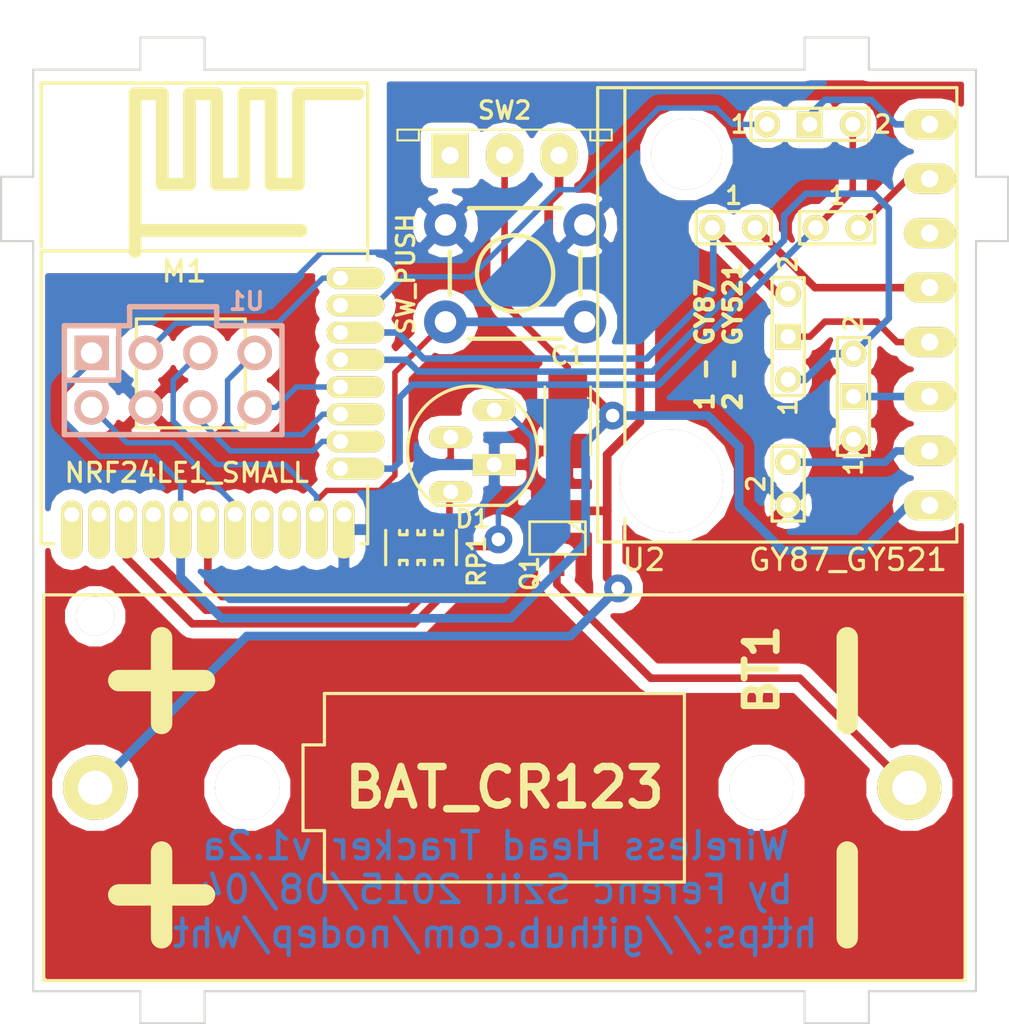
<source format=kicad_pcb>
(kicad_pcb (version 4) (host pcbnew 4.0.1-stable)

  (general
    (links 43)
    (no_connects 0)
    (area 49.607999 46.673999 96.708001 94.728001)
    (thickness 1.6)
    (drawings 30)
    (tracks 200)
    (zones 0)
    (modules 16)
    (nets 28)
  )

  (page A4)
  (layers
    (0 F.Cu signal)
    (31 B.Cu signal)
    (32 B.Adhes user hide)
    (33 F.Adhes user hide)
    (34 B.Paste user hide)
    (35 F.Paste user hide)
    (36 B.SilkS user)
    (37 F.SilkS user)
    (38 B.Mask user hide)
    (39 F.Mask user hide)
    (40 Dwgs.User user)
    (41 Cmts.User user hide)
    (42 Eco1.User user hide)
    (43 Eco2.User user hide)
    (44 Edge.Cuts user)
  )

  (setup
    (last_trace_width 0.254)
    (user_trace_width 0.3048)
    (user_trace_width 0.3556)
    (user_trace_width 0.4064)
    (trace_clearance 0.254)
    (zone_clearance 0.381)
    (zone_45_only no)
    (trace_min 0.254)
    (segment_width 0.2)
    (edge_width 0.1)
    (via_size 1.3)
    (via_drill 0.635)
    (via_min_size 0.889)
    (via_min_drill 0.508)
    (uvia_size 0.508)
    (uvia_drill 0.127)
    (uvias_allowed no)
    (uvia_min_size 0.508)
    (uvia_min_drill 0.127)
    (pcb_text_width 0.3)
    (pcb_text_size 1.5 1.5)
    (mod_edge_width 0.1778)
    (mod_text_size 1 1)
    (mod_text_width 0.15)
    (pad_size 1.05 2.7)
    (pad_drill 0.7)
    (pad_to_mask_clearance 0)
    (aux_axis_origin 0 0)
    (grid_origin 49.658 94.678)
    (visible_elements 7FFFFF7F)
    (pcbplotparams
      (layerselection 0x010f0_80000001)
      (usegerberextensions true)
      (excludeedgelayer true)
      (linewidth 0.100000)
      (plotframeref false)
      (viasonmask false)
      (mode 1)
      (useauxorigin false)
      (hpglpennumber 1)
      (hpglpenspeed 20)
      (hpglpendiameter 15)
      (hpglpenoverlay 2)
      (psnegative false)
      (psa4output false)
      (plotreference true)
      (plotvalue true)
      (plotinvisibletext false)
      (padsonsilk false)
      (subtractmaskfromsilk false)
      (outputformat 1)
      (mirror false)
      (drillshape 0)
      (scaleselection 1)
      (outputdirectory ./gerber))
  )

  (net 0 "")
  (net 1 GND)
  (net 2 VCC)
  (net 3 /FSCK)
  (net 4 /FMOSI)
  (net 5 /FCSN)
  (net 6 /SCL)
  (net 7 /SDA)
  (net 8 /FMISO)
  (net 9 "Net-(BT1-Pad1)")
  (net 10 /PROG)
  (net 11 /RESET)
  (net 12 "Net-(BT1-Pad2)")
  (net 13 "Net-(D1-PadBA)")
  (net 14 "Net-(D1-PadRA)")
  (net 15 "Net-(D1-PadGA)")
  (net 16 "Net-(M1-Pad3)")
  (net 17 "Net-(M1-Pad4)")
  (net 18 "Net-(M1-Pad6)")
  (net 19 "Net-(RP1-Pad7)")
  (net 20 "Net-(JP1-Pad2)")
  (net 21 "Net-(JP2-Pad2)")
  (net 22 /INT)
  (net 23 "Net-(JP3-Pad2)")
  (net 24 /DRDY)
  (net 25 "Net-(SL1-Pad2)")
  (net 26 "Net-(SL2-Pad2)")
  (net 27 "Net-(SL3-Pad2)")

  (net_class Default "This is the default net class."
    (clearance 0.254)
    (trace_width 0.254)
    (via_dia 1.3)
    (via_drill 0.635)
    (uvia_dia 0.508)
    (uvia_drill 0.127)
    (add_net /DRDY)
    (add_net /FCSN)
    (add_net /FMISO)
    (add_net /FMOSI)
    (add_net /FSCK)
    (add_net /INT)
    (add_net /PROG)
    (add_net /RESET)
    (add_net /SCL)
    (add_net /SDA)
    (add_net GND)
    (add_net "Net-(BT1-Pad1)")
    (add_net "Net-(BT1-Pad2)")
    (add_net "Net-(D1-PadBA)")
    (add_net "Net-(D1-PadGA)")
    (add_net "Net-(D1-PadRA)")
    (add_net "Net-(JP1-Pad2)")
    (add_net "Net-(JP2-Pad2)")
    (add_net "Net-(JP3-Pad2)")
    (add_net "Net-(M1-Pad3)")
    (add_net "Net-(M1-Pad4)")
    (add_net "Net-(M1-Pad6)")
    (add_net "Net-(RP1-Pad7)")
    (add_net "Net-(SL1-Pad2)")
    (add_net "Net-(SL2-Pad2)")
    (add_net "Net-(SL3-Pad2)")
    (add_net VCC)
  )

  (module wht:TACTILE-PTH (layer F.Cu) (tedit 556FF69D) (tstamp 53C7B70C)
    (at 73.65 59.686 180)
    (descr "<b>OMRON SWITCH</b>")
    (path /53AB20EC)
    (fp_text reference SW1 (at -1.905 -3.81 180) (layer F.SilkS) hide
      (effects (font (size 1.2065 1.2065) (thickness 0.127)) (justify left bottom))
    )
    (fp_text value SW_PUSH (at 5.1015 -0.029 270) (layer F.SilkS)
      (effects (font (size 0.8128 0.8128) (thickness 0.1524)))
    )
    (fp_line (start 3.048 -1.016) (end 3.048 -2.54) (layer Dwgs.User) (width 0.2032))
    (fp_line (start 3.048 -2.54) (end 2.54 -3.048) (layer Dwgs.User) (width 0.2032))
    (fp_line (start 2.54 3.048) (end 3.048 2.54) (layer Dwgs.User) (width 0.2032))
    (fp_line (start 3.048 2.54) (end 3.048 1.016) (layer Dwgs.User) (width 0.2032))
    (fp_line (start -2.54 -3.048) (end -3.048 -2.54) (layer Dwgs.User) (width 0.2032))
    (fp_line (start -3.048 -2.54) (end -3.048 -1.016) (layer Dwgs.User) (width 0.2032))
    (fp_line (start -2.54 3.048) (end -3.048 2.54) (layer Dwgs.User) (width 0.2032))
    (fp_line (start -3.048 2.54) (end -3.048 1.016) (layer Dwgs.User) (width 0.2032))
    (fp_line (start 2.54 3.048) (end 2.159 3.048) (layer Dwgs.User) (width 0.2032))
    (fp_line (start -2.54 3.048) (end -2.159 3.048) (layer Dwgs.User) (width 0.2032))
    (fp_line (start -2.54 -3.048) (end -2.159 -3.048) (layer Dwgs.User) (width 0.2032))
    (fp_line (start 2.54 -3.048) (end 2.159 -3.048) (layer Dwgs.User) (width 0.2032))
    (fp_line (start 2.159 -3.048) (end -2.159 -3.048) (layer F.SilkS) (width 0.2032))
    (fp_line (start -2.159 3.048) (end 2.159 3.048) (layer F.SilkS) (width 0.2032))
    (fp_line (start 3.048 -0.998) (end 3.048 1.016) (layer F.SilkS) (width 0.2032))
    (fp_line (start -3.048 -1.028) (end -3.048 1.016) (layer F.SilkS) (width 0.2032))
    (fp_line (start -2.54 -1.27) (end -2.54 -0.508) (layer Dwgs.User) (width 0.2032))
    (fp_line (start -2.54 0.508) (end -2.54 1.27) (layer Dwgs.User) (width 0.2032))
    (fp_line (start -2.54 -0.508) (end -2.159 0.381) (layer Dwgs.User) (width 0.2032))
    (fp_circle (center 0 0) (end 1.778 0) (layer F.SilkS) (width 0.2032))
    (pad 1 thru_hole circle (at -3.2512 -2.2606 180) (size 2 2) (drill 1) (layers *.Cu *.Mask)
      (net 3 /FSCK))
    (pad 1 thru_hole circle (at 3.2512 -2.2606 180) (size 2 2) (drill 1) (layers *.Cu *.Mask)
      (net 3 /FSCK))
    (pad 2 thru_hole circle (at -3.2512 2.2606 180) (size 2 2) (drill 1) (layers *.Cu *.Mask)
      (net 1 GND))
    (pad 2 thru_hole circle (at 3.2512 2.2606 180) (size 2 2) (drill 1) (layers *.Cu *.Mask)
      (net 1 GND))
  )

  (module wht:NRF24LE1_SMALL (layer F.Cu) (tedit 5549E68C) (tstamp 53AAC3B0)
    (at 59.468 65.303)
    (path /53A87AFB)
    (fp_text reference M1 (at -1.27 -5.715) (layer F.SilkS)
      (effects (font (size 1 1) (thickness 0.15)))
    )
    (fp_text value NRF24LE1_SMALL (at -1.143 3.683) (layer F.SilkS)
      (effects (font (size 0.889 0.889) (thickness 0.1524)))
    )
    (fp_line (start -3.556 -7.62) (end 4.191 -7.62) (layer F.SilkS) (width 0.6))
    (fp_line (start 4.064 -14) (end 6.858 -14) (layer F.SilkS) (width 0.6))
    (fp_line (start 2.794 -9.779) (end 4.064 -9.779) (layer F.SilkS) (width 0.6))
    (fp_line (start 1.524 -14) (end 2.794 -14) (layer F.SilkS) (width 0.6))
    (fp_line (start 0.254 -9.779) (end 1.524 -9.779) (layer F.SilkS) (width 0.6))
    (fp_line (start -1.016 -14) (end 0.254 -14) (layer F.SilkS) (width 0.6))
    (fp_line (start -2.286 -9.779) (end -1.016 -9.779) (layer F.SilkS) (width 0.6))
    (fp_line (start -3.556 -14) (end -2.286 -14) (layer F.SilkS) (width 0.6))
    (fp_line (start 0.254 -14) (end 0.254 -9.779) (layer F.SilkS) (width 0.6))
    (fp_line (start 1.524 -9.779) (end 1.524 -14) (layer F.SilkS) (width 0.6))
    (fp_line (start 2.794 -14) (end 2.794 -9.779) (layer F.SilkS) (width 0.6))
    (fp_line (start 4.064 -9.779) (end 4.064 -14) (layer F.SilkS) (width 0.6))
    (fp_line (start -1.016 -14) (end -1.016 -9.779) (layer F.SilkS) (width 0.6))
    (fp_line (start -2.287 -14) (end -2.287 -9.779) (layer F.SilkS) (width 0.6))
    (fp_line (start -3.556 -14) (end -3.556 -6.636) (layer F.SilkS) (width 0.6))
    (fp_line (start -7.9375 -6.858) (end -7.9375 -14.5) (layer F.SilkS) (width 0.1524))
    (fp_line (start -7.9375 -14.5) (end 7.3025 -14.5) (layer F.SilkS) (width 0.1524))
    (fp_line (start 7.3025 -14.5) (end 7.3025 -6.858) (layer F.SilkS) (width 0.1524))
    (fp_line (start 7.3025 -6.6675) (end 7.3025 -6.223) (layer F.SilkS) (width 0.1524))
    (fp_line (start -7.366 7) (end -7.9375 7) (layer F.SilkS) (width 0.1524))
    (fp_line (start -3.4925 -3.4925) (end -3.4925 1.5875) (layer F.SilkS) (width 0.15))
    (fp_line (start -3.4925 1.5875) (end 1.5875 1.5875) (layer F.SilkS) (width 0.15))
    (fp_line (start 1.5875 1.5875) (end 1.5875 -3.4925) (layer F.SilkS) (width 0.15))
    (fp_line (start 1.5875 -3.4925) (end -3.4925 -3.4925) (layer F.SilkS) (width 0.15))
    (fp_line (start 7.3025 7) (end 6.985 7) (layer F.SilkS) (width 0.15))
    (fp_line (start -7.9375 7) (end -7.9375 -6.6675) (layer F.SilkS) (width 0.1524))
    (fp_line (start -7.9375 -6.6675) (end 7.3025 -6.6675) (layer F.SilkS) (width 0.15))
    (fp_line (start 7.3025 4.318) (end 7.3025 7) (layer F.SilkS) (width 0.15))
    (pad 1 thru_hole oval (at -6.50875 5.635625) (size 1 2.7) (drill 0.7 (offset 0 0.7)) (layers *.Cu *.Mask F.SilkS))
    (pad 2 thru_hole oval (at -5.23875 5.635625) (size 1 2.7) (drill 0.7 (offset 0 0.7)) (layers *.Cu *.Mask F.SilkS))
    (pad 3 thru_hole oval (at -3.96875 5.635625) (size 1 2.7) (drill 0.7 (offset 0 0.7)) (layers *.Cu *.Mask F.SilkS)
      (net 16 "Net-(M1-Pad3)"))
    (pad 4 thru_hole oval (at -2.69875 5.635625) (size 1 2.7) (drill 0.7 (offset 0 0.7)) (layers *.Cu *.Mask F.SilkS)
      (net 17 "Net-(M1-Pad4)"))
    (pad 5 thru_hole oval (at -1.42875 5.635625) (size 1 2.7) (drill 0.7 (offset 0 0.7)) (layers *.Cu *.Mask F.SilkS)
      (net 2 VCC))
    (pad 6 thru_hole oval (at -0.15875 5.635625) (size 1 2.7) (drill 0.7 (offset 0 0.7)) (layers *.Cu *.Mask F.SilkS)
      (net 18 "Net-(M1-Pad6)"))
    (pad 7 thru_hole oval (at 1.11125 5.635625) (size 1 2.7) (drill 0.7 (offset 0 0.7)) (layers *.Cu *.Mask F.SilkS)
      (net 10 /PROG))
    (pad 8 thru_hole oval (at 2.38125 5.635625) (size 1 2.7) (drill 0.7 (offset 0 0.7)) (layers *.Cu *.Mask F.SilkS))
    (pad 10 thru_hole oval (at 4.92125 5.635625) (size 1 2.7) (drill 0.7 (offset 0 0.7)) (layers *.Cu *.Mask F.SilkS)
      (net 3 /FSCK))
    (pad 9 thru_hole oval (at 3.65125 5.635625) (size 1 2.7) (drill 0.7 (offset 0 0.7)) (layers *.Cu *.Mask F.SilkS))
    (pad 11 thru_hole oval (at 6.19125 5.635625) (size 1 2.7) (drill 0.7 (offset 0 0.7)) (layers *.Cu *.Mask F.SilkS)
      (net 1 GND))
    (pad 12 thru_hole oval (at 6.0325 3.4925 90) (size 1 2.7) (drill 0.7 (offset 0 0.7)) (layers *.Cu *.Mask F.SilkS)
      (net 22 /INT))
    (pad 13 thru_hole oval (at 6.0325 2.2225 90) (size 1 2.7) (drill 0.7 (offset 0 0.7)) (layers *.Cu *.Mask F.SilkS)
      (net 4 /FMOSI))
    (pad 14 thru_hole oval (at 6.0325 0.9525 90) (size 1 2.7) (drill 0.7 (offset 0 0.7)) (layers *.Cu *.Mask F.SilkS)
      (net 8 /FMISO))
    (pad 15 thru_hole oval (at 6.0325 -0.3175 90) (size 1 2.7) (drill 0.7 (offset 0 0.7)) (layers *.Cu *.Mask F.SilkS)
      (net 5 /FCSN))
    (pad 16 thru_hole oval (at 6.0325 -1.5875 90) (size 1 2.7) (drill 0.7 (offset 0 0.7)) (layers *.Cu *.Mask F.SilkS)
      (net 6 /SCL))
    (pad 17 thru_hole oval (at 6.0325 -2.8575 90) (size 1 2.7) (drill 0.7 (offset 0 0.7)) (layers *.Cu *.Mask F.SilkS)
      (net 7 /SDA))
    (pad 18 thru_hole oval (at 6.0325 -4.1275 90) (size 1 2.7) (drill 0.7 (offset 0 0.7)) (layers *.Cu *.Mask F.SilkS)
      (net 24 /DRDY))
    (pad 19 thru_hole oval (at 6.0325 -5.3975 90) (size 1 2.7) (drill 0.7 (offset 0 0.7)) (layers *.Cu *.Mask F.SilkS)
      (net 11 /RESET))
  )

  (module wht:ESP2010_switch (layer F.Cu) (tedit 556D7B0C) (tstamp 556D7B4C)
    (at 73.158 54.178)
    (descr "1 pin")
    (tags "CONN DEV")
    (path /53AAC4C3)
    (fp_text reference SW2 (at 0 -2.1 180) (layer F.SilkS)
      (effects (font (size 0.8128 0.8128) (thickness 0.1524)))
    )
    (fp_text value SWITCH_INV (at 0 -3.5) (layer F.SilkS) hide
      (effects (font (size 0.8128 0.8128) (thickness 0.1524)))
    )
    (fp_line (start 0.2 -7.2) (end 0.2 -6.7) (layer Dwgs.User) (width 0.1))
    (fp_line (start -1.8 -7.2) (end 0.2 -7.2) (layer Dwgs.User) (width 0.1))
    (fp_line (start -1.8 -6.7) (end -1.8 -7.2) (layer Dwgs.User) (width 0.1))
    (fp_line (start 3.4 -6.2) (end 0.2 -6.7) (layer Dwgs.User) (width 0.1))
    (fp_line (start -5 -6.2) (end -1.8 -6.7) (layer Dwgs.User) (width 0.1))
    (fp_line (start 3.4 -5.7) (end 3.4 -6.2) (layer Dwgs.User) (width 0.1))
    (fp_line (start -5 -5.7) (end -5 -6.2) (layer Dwgs.User) (width 0.1))
    (fp_line (start 5 -1.2) (end 5 -0.7) (layer F.SilkS) (width 0.1))
    (fp_line (start 5 -0.7) (end 4 -0.7) (layer F.SilkS) (width 0.1))
    (fp_line (start 4 -0.7) (end 4 -1.2) (layer F.SilkS) (width 0.1))
    (fp_line (start -5 -1.2) (end -5 -0.7) (layer F.SilkS) (width 0.1))
    (fp_line (start -5 -0.7) (end -4 -0.7) (layer F.SilkS) (width 0.1))
    (fp_line (start -4 -1.2) (end -4 -0.7) (layer F.SilkS) (width 0.1))
    (fp_line (start -5 -5.7) (end 5 -5.7) (layer Dwgs.User) (width 0.1))
    (fp_line (start 5 -1.2) (end 5 -5.7) (layer Dwgs.User) (width 0.1))
    (fp_line (start -5 -5.7) (end -5 -1.2) (layer Dwgs.User) (width 0.1))
    (fp_line (start -5 -1.2) (end 5 -1.2) (layer F.SilkS) (width 0.1))
    (pad 1 thru_hole rect (at -2.54 0) (size 1.7272 2.032) (drill 0.8) (layers *.Cu *.Mask F.SilkS))
    (pad 2 thru_hole oval (at 0 0) (size 1.7272 2.032) (drill 0.8) (layers *.Cu *.Mask F.SilkS)
      (net 2 VCC))
    (pad 3 thru_hole oval (at 2.54 0) (size 1.7272 2.032) (drill 0.8) (layers *.Cu *.Mask F.SilkS)
      (net 9 "Net-(BT1-Pad1)"))
    (model Pin_Headers/Pin_Header_Angled_1x03.wrl
      (at (xyz 0 0 0))
      (scale (xyz 1 1 1))
      (rotate (xyz 0 0 0))
    )
  )

  (module wht:SOT23_WHT (layer F.Cu) (tedit 556FF1D4) (tstamp 554FB3E3)
    (at 75.597 72.034 180)
    (descr "SOT_23  PADS 1-2 inverted")
    (tags SOT23)
    (path /5549E425)
    (attr smd)
    (fp_text reference Q1 (at 1.27 -1.651 270) (layer F.SilkS)
      (effects (font (size 0.8128 0.8128) (thickness 0.1524)))
    )
    (fp_text value IRLML6344 (at 0 0 180) (layer Dwgs.User)
      (effects (font (size 0.50038 0.50038) (thickness 0.0762)))
    )
    (fp_line (start -0.508 0.762) (end -1.27 0.254) (layer F.SilkS) (width 0.127))
    (fp_line (start 1.27 0.762) (end -1.3335 0.762) (layer F.SilkS) (width 0.127))
    (fp_line (start -1.3335 0.762) (end -1.3335 -0.762) (layer F.SilkS) (width 0.127))
    (fp_line (start -1.3335 -0.762) (end 1.27 -0.762) (layer F.SilkS) (width 0.127))
    (fp_line (start 1.27 -0.762) (end 1.27 0.762) (layer F.SilkS) (width 0.127))
    (pad 3 smd rect (at 0 -1.27 180) (size 0.70104 1.00076) (layers F.Cu F.Paste F.Mask)
      (net 12 "Net-(BT1-Pad2)"))
    (pad 2 smd rect (at 0.9525 1.27 180) (size 0.70104 1.00076) (layers F.Cu F.Paste F.Mask)
      (net 1 GND))
    (pad 1 smd rect (at -0.9525 1.27 180) (size 0.70104 1.00076) (layers F.Cu F.Paste F.Mask)
      (net 9 "Net-(BT1-Pad1)"))
    (model smd/SOT23_6.wrl
      (at (xyz 0 0 0))
      (scale (xyz 0.11 0.11 0.11))
      (rotate (xyz 0 0 -180))
    )
  )

  (module wht:c_1206 (layer F.Cu) (tedit 556FF59A) (tstamp 556FF5B6)
    (at 76.105 66.573 90)
    (descr "SMT capacitor, 1206")
    (path /556FF42D)
    (fp_text reference C1 (at 3.048 0 180) (layer F.SilkS)
      (effects (font (size 0.8128 0.8128) (thickness 0.1524)))
    )
    (fp_text value 1uF (at 3.048 0 180) (layer F.SilkS) hide
      (effects (font (size 0.8128 0.8128) (thickness 0.1524)))
    )
    (fp_line (start -1.6002 1.0668) (end 1.6002 1.0668) (layer F.SilkS) (width 0.127))
    (fp_line (start 1.6002 -1.0668) (end -1.6002 -1.0668) (layer F.SilkS) (width 0.127))
    (pad 1 smd rect (at 1.397 0 90) (size 1.6002 1.8034) (layers F.Cu F.Paste F.Mask)
      (net 2 VCC))
    (pad 2 smd rect (at -1.397 0 90) (size 1.6002 1.8034) (layers F.Cu F.Paste F.Mask)
      (net 1 GND))
    (model smd/capacitors/c_1206.wrl
      (at (xyz 0 0 0))
      (scale (xyz 1 1 1))
      (rotate (xyz 0 0 0))
    )
  )

  (module wht:CR123 (layer F.Cu) (tedit 557014DA) (tstamp 53C77B5B)
    (at 73.15 83.686 90)
    (path /53C5091B)
    (fp_text reference BT1 (at 5.508 12.008 90) (layer F.SilkS)
      (effects (font (size 1.5 1.5) (thickness 0.3175)))
    )
    (fp_text value BAT_CR123 (at 0.008 0.008 180) (layer F.SilkS)
      (effects (font (size 1.8 1.8) (thickness 0.35)))
    )
    (fp_line (start 3 16) (end 7 16) (layer F.SilkS) (width 1))
    (fp_line (start -7 16) (end -3 16) (layer F.SilkS) (width 1))
    (fp_line (start 5 -18) (end 5 -14) (layer F.SilkS) (width 1))
    (fp_line (start 3 -16) (end 7 -16) (layer F.SilkS) (width 1))
    (fp_line (start -5 -18) (end -5 -14) (layer F.SilkS) (width 1))
    (fp_line (start -7 -16) (end -3 -16) (layer F.SilkS) (width 1))
    (fp_line (start 2 -9.4) (end 2 -8.4) (layer F.SilkS) (width 0.15))
    (fp_line (start -2 -9.4) (end -2 -8.4) (layer F.SilkS) (width 0.15))
    (fp_line (start -2 -9.4) (end 2 -9.4) (layer F.SilkS) (width 0.15))
    (fp_line (start -4.4 -8.4) (end -2 -8.4) (layer F.SilkS) (width 0.15))
    (fp_line (start 2 -8.4) (end 4.4 -8.4) (layer F.SilkS) (width 0.15))
    (fp_line (start 4.4 -8.4) (end 4.4 8.4) (layer F.SilkS) (width 0.15))
    (fp_line (start 4.4 8.4) (end -4.4 8.4) (layer F.SilkS) (width 0.15))
    (fp_line (start -4.4 8.4) (end -4.4 -8.4) (layer F.SilkS) (width 0.15))
    (fp_line (start -9 -21.5) (end 9 -21.5) (layer F.SilkS) (width 0.15))
    (fp_line (start 9 -21.5) (end 9 21.5) (layer F.SilkS) (width 0.15))
    (fp_line (start 9 21.5) (end -9 21.5) (layer F.SilkS) (width 0.15))
    (fp_line (start -9 21.5) (end -9 -21.5) (layer F.SilkS) (width 0.15))
    (pad 1 thru_hole circle (at 0 -19.1 90) (size 3 3) (drill 1.6) (layers *.Cu *.Mask F.SilkS)
      (net 9 "Net-(BT1-Pad1)"))
    (pad 2 thru_hole circle (at 0 18.9 90) (size 3 3) (drill 1.6) (layers *.Cu *.Mask F.SilkS)
      (net 12 "Net-(BT1-Pad2)"))
    (pad "" thru_hole circle (at 8 -19.1 90) (size 1.8 1.8) (drill 1.8) (layers *.Cu *.Mask F.SilkS))
    (pad "" thru_hole circle (at 0 -12 90) (size 3 3) (drill 3) (layers *.Cu *.Mask F.SilkS))
    (pad "" thru_hole circle (at 0 12 90) (size 3 3) (drill 3) (layers *.Cu *.Mask F.SilkS))
  )

  (module wht:Resistor_Array_x4_1206 (layer F.Cu) (tedit 55BE0AB4) (tstamp 5549EF9C)
    (at 69.258 72.478)
    (path /5549C534)
    (fp_text reference RP1 (at 2.5925 0.6355 270) (layer F.SilkS)
      (effects (font (size 0.8128 0.8128) (thickness 0.1524)))
    )
    (fp_text value R_PACK4 (at 0 2) (layer Dwgs.User) hide
      (effects (font (size 0.8128 0.8128) (thickness 0.1524)))
    )
    (fp_line (start 1 0.8) (end 1.65 0.8) (layer Dwgs.User) (width 0.15))
    (fp_line (start 0.15 0.8) (end 0.65 0.8) (layer Dwgs.User) (width 0.15))
    (fp_line (start -0.65 0.8) (end -0.15 0.8) (layer Dwgs.User) (width 0.15))
    (fp_line (start -1.65 0.8) (end -1 0.8) (layer Dwgs.User) (width 0.15))
    (fp_line (start 1 -0.8) (end 1.65 -0.8) (layer Dwgs.User) (width 0.15))
    (fp_line (start 0.15 -0.8) (end 0.65 -0.8) (layer Dwgs.User) (width 0.15))
    (fp_line (start -0.65 -0.8) (end -0.15 -0.8) (layer Dwgs.User) (width 0.15))
    (fp_line (start -1.65 -0.8) (end -1 -0.8) (layer Dwgs.User) (width 0.15))
    (fp_line (start 0.65 0.8) (end 0.65 0.6) (layer F.SilkS) (width 0.15))
    (fp_line (start 0.65 0.6) (end 1 0.6) (layer F.SilkS) (width 0.15))
    (fp_line (start 1 0.6) (end 1 0.8) (layer F.SilkS) (width 0.15))
    (fp_line (start -0.15 0.8) (end -0.15 0.6) (layer F.SilkS) (width 0.15))
    (fp_line (start -0.15 0.6) (end 0.15 0.6) (layer F.SilkS) (width 0.15))
    (fp_line (start 0.15 0.6) (end 0.15 0.8) (layer F.SilkS) (width 0.15))
    (fp_line (start -1 0.8) (end -1 0.6) (layer F.SilkS) (width 0.15))
    (fp_line (start -1 0.6) (end -0.65 0.6) (layer F.SilkS) (width 0.15))
    (fp_line (start -0.65 0.6) (end -0.65 0.8) (layer F.SilkS) (width 0.15))
    (fp_line (start 0.65 -0.8) (end 0.65 -0.6) (layer F.SilkS) (width 0.15))
    (fp_line (start 0.65 -0.6) (end 1 -0.6) (layer F.SilkS) (width 0.15))
    (fp_line (start 1 -0.6) (end 1 -0.8) (layer F.SilkS) (width 0.15))
    (fp_line (start -0.15 -0.8) (end -0.15 -0.6) (layer F.SilkS) (width 0.15))
    (fp_line (start -0.15 -0.6) (end 0.15 -0.6) (layer F.SilkS) (width 0.15))
    (fp_line (start 0.15 -0.6) (end 0.15 -0.8) (layer F.SilkS) (width 0.15))
    (fp_line (start -1 -0.8) (end -1 -0.6) (layer F.SilkS) (width 0.15))
    (fp_line (start -1 -0.6) (end -0.65 -0.6) (layer F.SilkS) (width 0.15))
    (fp_line (start -0.65 -0.6) (end -0.65 -0.8) (layer F.SilkS) (width 0.15))
    (fp_line (start 1.65 -0.8) (end 1.65 0.8) (layer F.SilkS) (width 0.15))
    (fp_line (start -1.65 0.8) (end -1.65 -0.8) (layer F.SilkS) (width 0.15))
    (pad 8 smd rect (at -1.325 -1) (size 0.65 0.9) (layers F.Cu F.Paste F.Mask)
      (net 19 "Net-(RP1-Pad7)"))
    (pad 7 smd rect (at -0.4 -1) (size 0.5 0.9) (layers F.Cu F.Paste F.Mask)
      (net 19 "Net-(RP1-Pad7)"))
    (pad 6 smd rect (at 0.4 -1) (size 0.5 0.9) (layers F.Cu F.Paste F.Mask)
      (net 13 "Net-(D1-PadBA)"))
    (pad 5 smd rect (at 1.325 -1) (size 0.65 0.9) (layers F.Cu F.Paste F.Mask)
      (net 14 "Net-(D1-PadRA)"))
    (pad 1 smd rect (at -1.325 1) (size 0.65 0.9) (layers F.Cu F.Paste F.Mask)
      (net 15 "Net-(D1-PadGA)"))
    (pad 2 smd rect (at -0.4 1) (size 0.5 0.9) (layers F.Cu F.Paste F.Mask)
      (net 18 "Net-(M1-Pad6)"))
    (pad 3 smd rect (at 0.4 1) (size 0.5 0.9) (layers F.Cu F.Paste F.Mask)
      (net 17 "Net-(M1-Pad4)"))
    (pad 4 smd rect (at 1.325 1) (size 0.65 0.9) (layers F.Cu F.Paste F.Mask)
      (net 16 "Net-(M1-Pad3)"))
  )

  (module wht:LED_RGB_CC (layer F.Cu) (tedit 55BE0AAC) (tstamp 55702665)
    (at 71.66 67.97 270)
    (descr "LED 5mm - Lead pitch 100mil (2,54mm)")
    (tags "LED led 5mm 5MM 100mil 2,54mm")
    (path /5549D347)
    (fp_text reference D1 (at 3.175 0 360) (layer F.SilkS)
      (effects (font (size 0.8128 0.8128) (thickness 0.1524)))
    )
    (fp_text value LED_RGB_CC (at 0 3.81 270) (layer Dwgs.User) hide
      (effects (font (size 0.8128 0.8128) (thickness 0.1524)))
    )
    (fp_line (start 2.54 -1.651) (end 2.54 1.651) (layer F.SilkS) (width 0.1524))
    (fp_arc (start 0 0) (end 2.54 1.651) (angle 294) (layer F.SilkS) (width 0.1524))
    (pad BA thru_hole oval (at -1.905 -1.016 270) (size 1 2) (drill 0.7) (layers *.Cu *.Mask F.SilkS)
      (net 13 "Net-(D1-PadBA)"))
    (pad GA thru_hole oval (at -0.635 1.016 270) (size 1 2) (drill 0.7) (layers *.Cu *.Mask F.SilkS)
      (net 15 "Net-(D1-PadGA)"))
    (pad CC thru_hole rect (at 0.635 -1.016 270) (size 1 2) (drill 0.7) (layers *.Cu *.Mask F.SilkS)
      (net 1 GND))
    (pad RA thru_hole oval (at 1.905 1.016 270) (size 1 2) (drill 0.7) (layers *.Cu *.Mask F.SilkS)
      (net 14 "Net-(D1-PadRA)"))
    (model discret/leds/led5_vertical_verde.wrl
      (at (xyz 0 0 0))
      (scale (xyz 1 1 1))
      (rotate (xyz 0 0 0))
    )
  )

  (module wht:NRF_ICSP_PogoPinsHoles (layer B.Cu) (tedit 55BD1C24) (tstamp 55BD1F0A)
    (at 57.69 64.668)
    (descr "8 pin nRF in-circuit system programmer for PogoPin connector with PCB holes.")
    (path /53A87671)
    (fp_text reference U1 (at 3.429 -3.683) (layer B.SilkS)
      (effects (font (size 0.8128 0.8128) (thickness 0.1778)) (justify mirror))
    )
    (fp_text value NRF24LE1_PROG (at 0 3.175) (layer B.SilkS) hide
      (effects (font (size 0.8128 0.8128) (thickness 0.1524)) (justify mirror))
    )
    (fp_line (start -5.08 -2.54) (end -2.032 -2.54) (layer B.SilkS) (width 0.254))
    (fp_line (start -2.032 -2.54) (end -2.032 -3.429) (layer B.SilkS) (width 0.254))
    (fp_line (start -2.032 -3.429) (end 2.032 -3.429) (layer B.SilkS) (width 0.254))
    (fp_line (start 2.032 -3.429) (end 2.032 -2.54) (layer B.SilkS) (width 0.254))
    (fp_line (start 2.032 -2.54) (end 5.08 -2.54) (layer B.SilkS) (width 0.254))
    (fp_line (start 5.08 -2.54) (end 5.08 2.54) (layer B.SilkS) (width 0.254))
    (fp_line (start 5.08 2.54) (end -5.08 2.54) (layer B.SilkS) (width 0.254))
    (fp_line (start -5.08 2.54) (end -5.08 0) (layer B.SilkS) (width 0.254))
    (fp_line (start -5.08 0) (end -2.54 0) (layer B.SilkS) (width 0.254))
    (fp_line (start -2.54 0) (end -2.54 -2.54) (layer B.SilkS) (width 0.254))
    (fp_line (start -5.08 -2.54) (end -5.08 0) (layer B.SilkS) (width 0.254))
    (pad 1 thru_hole rect (at -3.81 -1.27) (size 1.6 1.6) (drill 1) (layers *.Cu *.Mask B.SilkS)
      (net 2 VCC))
    (pad 2 thru_hole circle (at -3.81 1.27) (size 1.6 1.6) (drill 1) (layers *.Cu *.Mask B.SilkS)
      (net 10 /PROG))
    (pad 3 thru_hole circle (at -1.27 -1.27) (size 1.6 1.6) (drill 1) (layers *.Cu *.Mask B.SilkS)
      (net 11 /RESET))
    (pad 4 thru_hole circle (at -1.27 1.27) (size 1.6 1.6) (drill 1) (layers *.Cu *.Mask B.SilkS)
      (net 1 GND))
    (pad 5 thru_hole circle (at 1.27 -1.27) (size 1.6 1.6) (drill 1) (layers *.Cu *.Mask B.SilkS)
      (net 3 /FSCK))
    (pad 6 thru_hole circle (at 1.27 1.27) (size 1.6 1.6) (drill 1) (layers *.Cu *.Mask B.SilkS)
      (net 4 /FMOSI))
    (pad 7 thru_hole circle (at 3.81 -1.27) (size 1.6 1.6) (drill 1) (layers *.Cu *.Mask B.SilkS)
      (net 8 /FMISO))
    (pad 8 thru_hole circle (at 3.81 1.27) (size 1.6 1.6) (drill 1) (layers *.Cu *.Mask B.SilkS)
      (net 5 /FCSN))
  )

  (module wht:JumperTHT (layer F.Cu) (tedit 55BE0C85) (tstamp 55BE0AA5)
    (at 83.852 57.556)
    (path /55BE1E61)
    (fp_text reference JP1 (at 0 1.5) (layer Dwgs.User) hide
      (effects (font (size 0.8128 0.8128) (thickness 0.1524)))
    )
    (fp_text value 1 (at 0 -1.5) (layer F.SilkS)
      (effects (font (size 0.8128 0.8128) (thickness 0.1524)))
    )
    (fp_line (start -1.75 -0.75) (end -1.75 0.75) (layer F.SilkS) (width 0.1524))
    (fp_line (start -1.75 0.75) (end 1.75 0.75) (layer F.SilkS) (width 0.1524))
    (fp_line (start 1.75 0.75) (end 1.75 -0.75) (layer F.SilkS) (width 0.1524))
    (fp_line (start 1.75 -0.75) (end -1.75 -0.75) (layer F.SilkS) (width 0.1524))
    (pad 1 thru_hole circle (at -1 0) (size 1.2 1.2) (drill 0.7) (layers *.Cu *.Mask F.SilkS)
      (net 7 /SDA))
    (pad 2 thru_hole circle (at 1 0) (size 1.2 1.2) (drill 0.7) (layers *.Cu *.Mask F.SilkS)
      (net 20 "Net-(JP1-Pad2)"))
  )

  (module wht:JumperTHT (layer F.Cu) (tedit 55BE0CF6) (tstamp 55BE0AAB)
    (at 86.392 69.494 90)
    (path /55BE0DA2)
    (fp_text reference JP2 (at 0 1.5 90) (layer Dwgs.User) hide
      (effects (font (size 0.8128 0.8128) (thickness 0.1524)))
    )
    (fp_text value 2 (at 0 -1.5 90) (layer F.SilkS)
      (effects (font (size 0.8128 0.8128) (thickness 0.1524)))
    )
    (fp_line (start -1.75 -0.75) (end -1.75 0.75) (layer F.SilkS) (width 0.1524))
    (fp_line (start -1.75 0.75) (end 1.75 0.75) (layer F.SilkS) (width 0.1524))
    (fp_line (start 1.75 0.75) (end 1.75 -0.75) (layer F.SilkS) (width 0.1524))
    (fp_line (start 1.75 -0.75) (end -1.75 -0.75) (layer F.SilkS) (width 0.1524))
    (pad 1 thru_hole circle (at -1 0 90) (size 1.2 1.2) (drill 0.7) (layers *.Cu *.Mask F.SilkS)
      (net 1 GND))
    (pad 2 thru_hole circle (at 1 0 90) (size 1.2 1.2) (drill 0.7) (layers *.Cu *.Mask F.SilkS)
      (net 21 "Net-(JP2-Pad2)"))
  )

  (module wht:JumperTHT (layer F.Cu) (tedit 55BE0CD4) (tstamp 55BE0AB1)
    (at 88.678 57.556)
    (path /55BE24C7)
    (fp_text reference JP3 (at 0 1.5) (layer Dwgs.User) hide
      (effects (font (size 0.8128 0.8128) (thickness 0.1524)))
    )
    (fp_text value 1 (at 0 -1.5) (layer F.SilkS)
      (effects (font (size 0.8128 0.8128) (thickness 0.1524)))
    )
    (fp_line (start -1.75 -0.75) (end -1.75 0.75) (layer F.SilkS) (width 0.1524))
    (fp_line (start -1.75 0.75) (end 1.75 0.75) (layer F.SilkS) (width 0.1524))
    (fp_line (start 1.75 0.75) (end 1.75 -0.75) (layer F.SilkS) (width 0.1524))
    (fp_line (start 1.75 -0.75) (end -1.75 -0.75) (layer F.SilkS) (width 0.1524))
    (pad 1 thru_hole circle (at -1 0) (size 1.2 1.2) (drill 0.7) (layers *.Cu *.Mask F.SilkS)
      (net 22 /INT))
    (pad 2 thru_hole circle (at 1 0) (size 1.2 1.2) (drill 0.7) (layers *.Cu *.Mask F.SilkS)
      (net 23 "Net-(JP3-Pad2)"))
  )

  (module wht:SelectTHT (layer F.Cu) (tedit 55BE0D05) (tstamp 55BE0AB8)
    (at 86.392 62.636 90)
    (path /55BE0EAA)
    (fp_text reference SL1 (at 0 1.5 90) (layer Dwgs.User) hide
      (effects (font (size 0.8128 0.8128) (thickness 0.1524)))
    )
    (fp_text value SEL_P4 (at 0 -1.5 90) (layer Dwgs.User) hide
      (effects (font (size 0.8128 0.8128) (thickness 0.1524)))
    )
    (fp_line (start -2.75 -0.75) (end -2.75 0.75) (layer F.SilkS) (width 0.1524))
    (fp_line (start -2.75 0.75) (end 2.75 0.75) (layer F.SilkS) (width 0.1524))
    (fp_line (start 2.75 0.75) (end 2.75 -0.75) (layer F.SilkS) (width 0.1524))
    (fp_line (start 2.75 -0.75) (end -2.75 -0.75) (layer F.SilkS) (width 0.1524))
    (fp_text user 2 (at 3.4 0 90) (layer F.SilkS)
      (effects (font (size 0.8128 0.8128) (thickness 0.1524)))
    )
    (fp_text user 1 (at -3.3 0 90) (layer F.SilkS)
      (effects (font (size 0.8128 0.8128) (thickness 0.1524)))
    )
    (pad 2 thru_hole rect (at 0 0 90) (size 1.2 1.2) (drill 0.7) (layers *.Cu *.Mask F.SilkS)
      (net 25 "Net-(SL1-Pad2)"))
    (pad 1 thru_hole circle (at -2 0 90) (size 1.2 1.2) (drill 0.7) (layers *.Cu *.Mask F.SilkS)
      (net 6 /SCL))
    (pad 3 thru_hole circle (at 2 0 90) (size 1.2 1.2) (drill 0.7) (layers *.Cu *.Mask F.SilkS)
      (net 7 /SDA))
  )

  (module wht:SelectTHT (layer F.Cu) (tedit 55BE0C9C) (tstamp 55BE0ABF)
    (at 89.44 65.43 90)
    (path /55BE0E20)
    (fp_text reference SL2 (at 0 1.5 90) (layer Dwgs.User) hide
      (effects (font (size 0.8128 0.8128) (thickness 0.1524)))
    )
    (fp_text value SEL_P3 (at 0 -1.5 90) (layer Dwgs.User) hide
      (effects (font (size 0.8128 0.8128) (thickness 0.1524)))
    )
    (fp_line (start -2.75 -0.75) (end -2.75 0.75) (layer F.SilkS) (width 0.1524))
    (fp_line (start -2.75 0.75) (end 2.75 0.75) (layer F.SilkS) (width 0.1524))
    (fp_line (start 2.75 0.75) (end 2.75 -0.75) (layer F.SilkS) (width 0.1524))
    (fp_line (start 2.75 -0.75) (end -2.75 -0.75) (layer F.SilkS) (width 0.1524))
    (fp_text user 2 (at 3.4 0 90) (layer F.SilkS)
      (effects (font (size 0.8128 0.8128) (thickness 0.1524)))
    )
    (fp_text user 1 (at -3.3 0 90) (layer F.SilkS)
      (effects (font (size 0.8128 0.8128) (thickness 0.1524)))
    )
    (pad 2 thru_hole rect (at 0 0 90) (size 1.2 1.2) (drill 0.7) (layers *.Cu *.Mask F.SilkS)
      (net 26 "Net-(SL2-Pad2)"))
    (pad 1 thru_hole circle (at -2 0 90) (size 1.2 1.2) (drill 0.7) (layers *.Cu *.Mask F.SilkS)
      (net 1 GND))
    (pad 3 thru_hole circle (at 2 0 90) (size 1.2 1.2) (drill 0.7) (layers *.Cu *.Mask F.SilkS)
      (net 6 /SCL))
  )

  (module wht:SelectTHT (layer F.Cu) (tedit 55BE10AE) (tstamp 55BE0AC6)
    (at 87.408 52.73)
    (path /55BE0EEA)
    (fp_text reference SL3 (at 0 1.5) (layer Dwgs.User) hide
      (effects (font (size 0.8128 0.8128) (thickness 0.1524)))
    )
    (fp_text value SEL_P8 (at 0 -1.5) (layer Dwgs.User) hide
      (effects (font (size 0.8128 0.8128) (thickness 0.1524)))
    )
    (fp_line (start -2.75 -0.75) (end -2.75 0.75) (layer F.SilkS) (width 0.1524))
    (fp_line (start -2.75 0.75) (end 2.75 0.75) (layer F.SilkS) (width 0.1524))
    (fp_line (start 2.75 0.75) (end 2.75 -0.75) (layer F.SilkS) (width 0.1524))
    (fp_line (start 2.75 -0.75) (end -2.75 -0.75) (layer F.SilkS) (width 0.1524))
    (fp_text user 2 (at 3.4 0) (layer F.SilkS)
      (effects (font (size 0.8128 0.8128) (thickness 0.1524)))
    )
    (fp_text user 1 (at -3.3 0 180) (layer F.SilkS)
      (effects (font (size 0.8128 0.8128) (thickness 0.1524)))
    )
    (pad 2 thru_hole rect (at 0 0) (size 1.2 1.2) (drill 0.7) (layers *.Cu *.Mask F.SilkS)
      (net 27 "Net-(SL3-Pad2)"))
    (pad 1 thru_hole circle (at -2 0) (size 1.2 1.2) (drill 0.7) (layers *.Cu *.Mask F.SilkS)
      (net 24 /DRDY))
    (pad 3 thru_hole circle (at 2 0) (size 1.2 1.2) (drill 0.7) (layers *.Cu *.Mask F.SilkS)
      (net 22 /INT))
  )

  (module wht:GY87_GY521 (layer F.Cu) (tedit 55BCD5AD) (tstamp 55BE0AC7)
    (at 86.646 61.62 270)
    (path /55BE067D)
    (fp_text reference U2 (at 11.43 6.985 360) (layer F.SilkS)
      (effects (font (size 1 1) (thickness 0.15)))
    )
    (fp_text value GY87_GY521 (at 11.43 -2.54 360) (layer F.SilkS)
      (effects (font (size 1 1) (thickness 0.15)))
    )
    (fp_line (start 10.6 7.874) (end 9.5 7.874) (layer F.SilkS) (width 0.15))
    (fp_line (start -10.6 9.144) (end 10.6 9.144) (layer F.SilkS) (width 0.15))
    (fp_line (start 10.6 -7.62) (end 10.6 9.144) (layer F.SilkS) (width 0.15))
    (fp_line (start 6 7.874) (end -10.6 7.874) (layer F.SilkS) (width 0.15))
    (fp_line (start -10.6 9.144) (end -10.6 -7.62) (layer F.SilkS) (width 0.15))
    (fp_line (start -10.6 -7.62) (end 10.6 -7.62) (layer F.SilkS) (width 0.15))
    (pad 1 thru_hole oval (at 8.89 -6.35) (size 2.4 1.4) (drill 0.8) (layers *.Cu *.Mask F.SilkS)
      (net 2 VCC))
    (pad 2 thru_hole oval (at 6.35 -6.35) (size 2.4 1.4) (drill 0.8) (layers *.Cu *.Mask F.SilkS)
      (net 21 "Net-(JP2-Pad2)"))
    (pad 3 thru_hole oval (at 3.81 -6.35) (size 2.4 1.4) (drill 0.8) (layers *.Cu *.Mask F.SilkS)
      (net 26 "Net-(SL2-Pad2)"))
    (pad 4 thru_hole oval (at 1.27 -6.35) (size 2.4 1.4) (drill 0.8) (layers *.Cu *.Mask F.SilkS)
      (net 25 "Net-(SL1-Pad2)"))
    (pad 5 thru_hole oval (at -1.27 -6.35) (size 2.4 1.4) (drill 0.8) (layers *.Cu *.Mask F.SilkS)
      (net 20 "Net-(JP1-Pad2)"))
    (pad 6 thru_hole oval (at -3.81 -6.35) (size 2.4 1.4) (drill 0.8) (layers *.Cu *.Mask F.SilkS))
    (pad 7 thru_hole oval (at -6.35 -6.35) (size 2.4 1.4) (drill 0.8) (layers *.Cu *.Mask F.SilkS)
      (net 23 "Net-(JP3-Pad2)"))
    (pad 8 thru_hole oval (at -8.89 -6.35) (size 2.4 1.4) (drill 0.8) (layers *.Cu *.Mask F.SilkS)
      (net 27 "Net-(SL3-Pad2)"))
    (pad "" thru_hole circle (at -7.5 5 270) (size 3.3 3.3) (drill 3.3) (layers *.Cu *.Mask F.SilkS))
    (pad "" thru_hole circle (at 7.75 5.7 270) (size 4.8 4.8) (drill 4.8) (layers *.Cu *.Mask F.SilkS))
  )

  (gr_text "1 - GY87\n2 - GY521" (at 83.158 66.178 90) (layer F.SilkS)
    (effects (font (size 0.8128 0.8128) (thickness 0.2032)) (justify left))
  )
  (gr_text "Wireless Head Tracker v1.2a\nby Ferenc Szili 2015/08/04\nhttps://github.com/nodep/wht" (at 72.7268 88.4424) (layer B.Cu)
    (effects (font (size 1.27 1.27) (thickness 0.2032)) (justify mirror))
  )
  (gr_line (start 51.158 93.178) (end 56.158 93.178) (angle 90) (layer Edge.Cuts) (width 0.1))
  (gr_line (start 87.158 93.178) (end 59.158 93.178) (angle 90) (layer Edge.Cuts) (width 0.1))
  (gr_line (start 90.158 93.178) (end 95.158 93.178) (angle 90) (layer Edge.Cuts) (width 0.1))
  (gr_line (start 87.158 94.678) (end 87.158 93.178) (angle 90) (layer Edge.Cuts) (width 0.1))
  (gr_line (start 90.158 94.678) (end 87.158 94.678) (angle 90) (layer Edge.Cuts) (width 0.1))
  (gr_line (start 90.158 93.178) (end 90.158 94.678) (angle 90) (layer Edge.Cuts) (width 0.1))
  (gr_line (start 59.158 94.678) (end 59.158 93.178) (angle 90) (layer Edge.Cuts) (width 0.1))
  (gr_line (start 56.158 94.678) (end 59.158 94.678) (angle 90) (layer Edge.Cuts) (width 0.1))
  (gr_line (start 56.158 93.178) (end 56.158 94.678) (angle 90) (layer Edge.Cuts) (width 0.1))
  (gr_line (start 56.158 50.178) (end 51.158 50.178) (angle 90) (layer Edge.Cuts) (width 0.1))
  (gr_line (start 87.158 50.178) (end 59.158 50.178) (angle 90) (layer Edge.Cuts) (width 0.1))
  (gr_line (start 90.158 50.178) (end 95.158 50.178) (angle 90) (layer Edge.Cuts) (width 0.1))
  (gr_line (start 87.158 48.678) (end 87.158 50.178) (angle 90) (layer Edge.Cuts) (width 0.1))
  (gr_line (start 90.158 48.678) (end 87.158 48.678) (angle 90) (layer Edge.Cuts) (width 0.1))
  (gr_line (start 90.158 50.178) (end 90.158 48.678) (angle 90) (layer Edge.Cuts) (width 0.1))
  (gr_line (start 59.158 48.678) (end 59.158 50.178) (angle 90) (layer Edge.Cuts) (width 0.1))
  (gr_line (start 56.158 48.678) (end 59.158 48.678) (angle 90) (layer Edge.Cuts) (width 0.1))
  (gr_line (start 56.158 50.178) (end 56.158 48.678) (angle 90) (layer Edge.Cuts) (width 0.1))
  (gr_line (start 95.158 93.178) (end 95.158 58.178) (angle 90) (layer Edge.Cuts) (width 0.1))
  (gr_line (start 95.158 55.178) (end 95.158 50.178) (angle 90) (layer Edge.Cuts) (width 0.1))
  (gr_line (start 96.658 55.178) (end 95.158 55.178) (angle 90) (layer Edge.Cuts) (width 0.1))
  (gr_line (start 96.658 58.178) (end 96.658 55.178) (angle 90) (layer Edge.Cuts) (width 0.1))
  (gr_line (start 95.158 58.178) (end 96.658 58.178) (angle 90) (layer Edge.Cuts) (width 0.1))
  (gr_line (start 51.158 93.178) (end 51.158 58.178) (angle 90) (layer Edge.Cuts) (width 0.1))
  (gr_line (start 51.158 55.178) (end 51.158 50.178) (angle 90) (layer Edge.Cuts) (width 0.1))
  (gr_line (start 49.658 58.178) (end 51.158 58.178) (angle 90) (layer Edge.Cuts) (width 0.1))
  (gr_line (start 49.658 55.178) (end 49.658 58.178) (angle 90) (layer Edge.Cuts) (width 0.1))
  (gr_line (start 51.158 55.178) (end 49.658 55.178) (angle 90) (layer Edge.Cuts) (width 0.1))

  (segment (start 76.105 67.97) (end 74.969 67.97) (width 0.254) (layer F.Cu) (net 1))
  (segment (start 74.334 68.605) (end 72.676 68.605) (width 0.254) (layer F.Cu) (net 1) (tstamp 56940642))
  (segment (start 74.969 67.97) (end 74.334 68.605) (width 0.254) (layer F.Cu) (net 1) (tstamp 56940640))
  (segment (start 56.42 65.938) (end 55.15 64.668) (width 0.254) (layer B.Cu) (net 1))
  (segment (start 63.76949 59.540574) (end 64.285574 59.02449) (width 0.254) (layer B.Cu) (net 1))
  (segment (start 55.15 64.668) (end 55.15 62.636) (width 0.254) (layer B.Cu) (net 1))
  (segment (start 55.15 62.636) (end 56.3565 61.4295) (width 0.254) (layer B.Cu) (net 1))
  (segment (start 56.3565 61.4295) (end 61.881 61.4295) (width 0.254) (layer B.Cu) (net 1))
  (segment (start 61.881 61.4295) (end 63.76949 59.54101) (width 0.254) (layer B.Cu) (net 1))
  (segment (start 63.76949 59.54101) (end 63.76949 59.540574) (width 0.254) (layer B.Cu) (net 1))
  (segment (start 64.285574 59.02449) (end 64.28601 59.02449) (width 0.254) (layer B.Cu) (net 1))
  (segment (start 64.28601 59.02449) (end 64.6115 58.699) (width 0.254) (layer B.Cu) (net 1))
  (segment (start 64.6115 58.699) (end 67.158 58.699) (width 0.254) (layer B.Cu) (net 1))
  (segment (start 67.158 58.699) (end 67.2912 58.699) (width 0.254) (layer B.Cu) (net 1) (tstamp 556D7802))
  (segment (start 69.1252 58.699) (end 70.3988 57.4254) (width 0.254) (layer B.Cu) (net 1) (tstamp 556D7804))
  (segment (start 67.158 58.699) (end 69.1252 58.699) (width 0.254) (layer B.Cu) (net 1))
  (segment (start 76.105 68.732) (end 76.105 67.97) (width 0.3048) (layer F.Cu) (net 1))
  (segment (start 74.6445 70.1925) (end 76.105 68.732) (width 0.3048) (layer F.Cu) (net 1))
  (segment (start 74.6445 70.764) (end 74.6445 70.1925) (width 0.3048) (layer F.Cu) (net 1))
  (segment (start 53.88 63.398) (end 53.88 63.779) (width 0.254) (layer B.Cu) (net 2))
  (segment (start 58.03925 69.46225) (end 58.03925 70.938625) (width 0.254) (layer B.Cu) (net 2))
  (segment (start 53.88 63.779) (end 52.61 65.049) (width 0.254) (layer B.Cu) (net 2))
  (segment (start 52.61 65.049) (end 52.61 66.573) (width 0.254) (layer B.Cu) (net 2))
  (segment (start 52.61 66.573) (end 54.261 68.224) (width 0.254) (layer B.Cu) (net 2))
  (segment (start 54.261 68.224) (end 56.801 68.224) (width 0.254) (layer B.Cu) (net 2))
  (segment (start 56.801 68.224) (end 58.03925 69.46225) (width 0.254) (layer B.Cu) (net 2))
  (segment (start 76.105 64.0711) (end 73.158 61.1241) (width 0.3048) (layer F.Cu) (net 2))
  (segment (start 73.158 61.1241) (end 73.158 55.4988) (width 0.3048) (layer F.Cu) (net 2))
  (segment (start 73.158 55.4988) (end 73.158 54.178) (width 0.3048) (layer F.Cu) (net 2))
  (segment (start 76.105 65.176) (end 76.105 64.0711) (width 0.3048) (layer F.Cu) (net 2))
  (segment (start 76.9405 67.579) (end 78.2005 66.319) (width 0.4064) (layer B.Cu) (net 2) (tstamp 55BE18E0))
  (via (at 78.2005 66.319) (size 1.3) (layers F.Cu B.Cu) (net 2))
  (segment (start 78.2005 66.319) (end 77.0575 65.176) (width 0.4064) (layer F.Cu) (net 2) (tstamp 55BE18E6))
  (segment (start 77.0575 65.176) (end 76.105 65.176) (width 0.4064) (layer F.Cu) (net 2) (tstamp 55BE18E7))
  (segment (start 58.03925 70.938625) (end 58.03925 73.85925) (width 0.4064) (layer B.Cu) (net 2))
  (segment (start 58.03925 73.85925) (end 59.958 75.778) (width 0.4064) (layer B.Cu) (net 2))
  (segment (start 59.958 75.778) (end 73.4405 75.778) (width 0.4064) (layer B.Cu) (net 2))
  (segment (start 73.4405 75.778) (end 76.9405 72.278) (width 0.4064) (layer B.Cu) (net 2))
  (segment (start 76.9405 72.278) (end 76.9405 67.579) (width 0.4064) (layer B.Cu) (net 2))
  (segment (start 82.6455 66.319) (end 78.2005 66.319) (width 0.4064) (layer B.Cu) (net 2))
  (segment (start 84.106 67.7795) (end 82.6455 66.319) (width 0.4064) (layer B.Cu) (net 2))
  (segment (start 84.106 70.5735) (end 84.106 67.7795) (width 0.4064) (layer B.Cu) (net 2))
  (segment (start 86.138 72.6055) (end 84.106 70.5735) (width 0.4064) (layer B.Cu) (net 2))
  (segment (start 89.8845 72.6055) (end 86.138 72.6055) (width 0.4064) (layer B.Cu) (net 2))
  (segment (start 91.98 70.51) (end 89.8845 72.6055) (width 0.4064) (layer B.Cu) (net 2))
  (segment (start 92.996 70.51) (end 91.98 70.51) (width 0.4064) (layer B.Cu) (net 2))
  (segment (start 64.38925 70.938625) (end 64.38925 70.41475) (width 0.254) (layer F.Cu) (net 3))
  (segment (start 64.38925 70.088625) (end 64.38925 70.938625) (width 0.254) (layer B.Cu) (net 3))
  (segment (start 62.905625 68.605) (end 64.38925 70.088625) (width 0.254) (layer B.Cu) (net 3))
  (segment (start 59.722 68.605) (end 62.905625 68.605) (width 0.254) (layer B.Cu) (net 3))
  (segment (start 57.69 66.573) (end 59.722 68.605) (width 0.254) (layer B.Cu) (net 3))
  (segment (start 57.69 64.668) (end 57.69 66.573) (width 0.254) (layer B.Cu) (net 3))
  (segment (start 58.96 63.398) (end 57.69 64.668) (width 0.254) (layer B.Cu) (net 3))
  (segment (start 70.3988 61.9466) (end 76.9012 61.9466) (width 0.4064) (layer B.Cu) (net 3))
  (segment (start 64.38925 70.28775) (end 64.8655 69.8115) (width 0.254) (layer F.Cu) (net 3) (tstamp 55BD20CC))
  (segment (start 64.8655 69.8115) (end 67.342 69.8115) (width 0.254) (layer F.Cu) (net 3) (tstamp 55BD20CF))
  (segment (start 67.342 69.8115) (end 68.0405 69.113) (width 0.254) (layer F.Cu) (net 3) (tstamp 55BD20D9))
  (segment (start 68.0405 69.113) (end 68.0405 64.3049) (width 0.254) (layer F.Cu) (net 3) (tstamp 55BD20DA))
  (segment (start 68.0405 64.3049) (end 70.3988 61.9466) (width 0.254) (layer F.Cu) (net 3) (tstamp 55BD20DF))
  (segment (start 64.38925 70.938625) (end 64.38925 70.28775) (width 0.254) (layer F.Cu) (net 3))
  (segment (start 58.96 66.573) (end 58.96 65.938) (width 0.254) (layer B.Cu) (net 4))
  (segment (start 60.357 67.97) (end 58.96 66.573) (width 0.254) (layer B.Cu) (net 4))
  (segment (start 64.206 67.97) (end 60.357 67.97) (width 0.254) (layer B.Cu) (net 4))
  (segment (start 64.6505 67.5255) (end 64.206 67.97) (width 0.254) (layer B.Cu) (net 4))
  (segment (start 65.5005 67.5255) (end 64.6505 67.5255) (width 0.254) (layer B.Cu) (net 4))
  (segment (start 63.8965 64.9855) (end 65.5005 64.9855) (width 0.254) (layer B.Cu) (net 5))
  (segment (start 63.442449 64.9855) (end 63.8965 64.9855) (width 0.254) (layer B.Cu) (net 5))
  (segment (start 62.489949 65.938) (end 63.442449 64.9855) (width 0.254) (layer B.Cu) (net 5))
  (segment (start 61.5 65.938) (end 62.489949 65.938) (width 0.254) (layer B.Cu) (net 5))
  (segment (start 65.5005 63.7155) (end 68.575382 63.7155) (width 0.3048) (layer B.Cu) (net 6))
  (segment (start 68.575382 63.7155) (end 69.128272 64.26839) (width 0.3048) (layer B.Cu) (net 6))
  (segment (start 69.128272 64.26839) (end 80.06761 64.26839) (width 0.3048) (layer B.Cu) (net 6))
  (segment (start 86.2015 58.1345) (end 86.2015 56.9845) (width 0.3048) (layer B.Cu) (net 6))
  (segment (start 80.06761 64.26839) (end 86.2015 58.1345) (width 0.3048) (layer B.Cu) (net 6))
  (segment (start 86.2015 56.9845) (end 87.2175 55.9685) (width 0.3048) (layer B.Cu) (net 6))
  (segment (start 87.2175 55.9685) (end 90.3925 55.9685) (width 0.3048) (layer B.Cu) (net 6))
  (segment (start 90.3925 55.9685) (end 91.091 56.667) (width 0.3048) (layer B.Cu) (net 6))
  (segment (start 91.091 56.667) (end 91.091 61.779) (width 0.3048) (layer B.Cu) (net 6))
  (segment (start 91.091 61.779) (end 90.039999 62.830001) (width 0.3048) (layer B.Cu) (net 6))
  (segment (start 90.039999 62.830001) (end 89.44 63.43) (width 0.3048) (layer B.Cu) (net 6))
  (segment (start 88.392 63.43) (end 89.44 63.43) (width 0.3556) (layer B.Cu) (net 6))
  (segment (start 87.186 64.636) (end 88.392 63.43) (width 0.3556) (layer B.Cu) (net 6))
  (segment (start 86.392 64.636) (end 87.186 64.636) (width 0.3556) (layer B.Cu) (net 6))
  (segment (start 67.2061 62.4455) (end 68.1675 62.4455) (width 0.3048) (layer B.Cu) (net 7))
  (segment (start 68.1675 62.4455) (end 69.38078 63.65878) (width 0.3048) (layer B.Cu) (net 7))
  (segment (start 69.38078 63.65878) (end 79.78822 63.65878) (width 0.3048) (layer B.Cu) (net 7))
  (segment (start 79.78822 63.65878) (end 82.8995 60.5475) (width 0.3048) (layer B.Cu) (net 7))
  (segment (start 82.8995 60.5475) (end 82.8995 57.6035) (width 0.3048) (layer B.Cu) (net 7))
  (segment (start 82.8995 57.6035) (end 82.852 57.556) (width 0.3048) (layer B.Cu) (net 7))
  (segment (start 67.2061 62.4455) (end 65.5005 62.4455) (width 0.3556) (layer B.Cu) (net 7))
  (segment (start 85.932 60.636) (end 86.392 60.636) (width 0.3556) (layer F.Cu) (net 7))
  (segment (start 82.852 57.556) (end 85.932 60.636) (width 0.3556) (layer F.Cu) (net 7))
  (segment (start 64.674564 66.2555) (end 65.5005 66.2555) (width 0.254) (layer B.Cu) (net 8))
  (segment (start 63.722064 67.208) (end 64.674564 66.2555) (width 0.254) (layer B.Cu) (net 8))
  (segment (start 60.738 67.208) (end 63.722064 67.208) (width 0.254) (layer B.Cu) (net 8))
  (segment (start 60.23 66.7) (end 60.738 67.208) (width 0.254) (layer B.Cu) (net 8))
  (segment (start 60.23 64.668) (end 60.23 66.7) (width 0.254) (layer B.Cu) (net 8))
  (segment (start 61.5 63.398) (end 60.23 64.668) (width 0.254) (layer B.Cu) (net 8))
  (via (at 78.4545 74.3835) (size 1.3) (drill 0.635) (layers F.Cu B.Cu) (net 9))
  (segment (start 77.804501 75.033499) (end 78.4545 74.3835) (width 0.4064) (layer B.Cu) (net 9))
  (segment (start 54.05 83.686) (end 61.13 76.606) (width 0.4064) (layer B.Cu) (net 9))
  (segment (start 61.13 76.606) (end 76.232 76.606) (width 0.4064) (layer B.Cu) (net 9))
  (segment (start 76.232 76.606) (end 77.804501 75.033499) (width 0.4064) (layer B.Cu) (net 9))
  (segment (start 77.9465 73.8755) (end 78.4545 74.3835) (width 0.4064) (layer F.Cu) (net 9))
  (segment (start 77.9465 70.764) (end 77.9465 73.8755) (width 0.4064) (layer F.Cu) (net 9) (tstamp 55BE1986))
  (segment (start 76.5495 70.764) (end 77.9465 70.764) (width 0.4064) (layer F.Cu) (net 9))
  (segment (start 79.4705 66.616842) (end 77.9465 68.140842) (width 0.4064) (layer F.Cu) (net 9))
  (segment (start 79.4705 61.8105) (end 79.4705 66.616842) (width 0.4064) (layer F.Cu) (net 9))
  (segment (start 77.1845 59.5245) (end 79.4705 61.8105) (width 0.4064) (layer F.Cu) (net 9))
  (segment (start 76.2955 59.5245) (end 77.1845 59.5245) (width 0.4064) (layer F.Cu) (net 9))
  (segment (start 77.9465 68.140842) (end 77.9465 70.764) (width 0.4064) (layer F.Cu) (net 9))
  (segment (start 75.216 58.445) (end 76.2955 59.5245) (width 0.4064) (layer F.Cu) (net 9))
  (segment (start 75.216 56.3495) (end 75.216 58.445) (width 0.4064) (layer F.Cu) (net 9))
  (segment (start 75.698 55.8675) (end 75.216 56.3495) (width 0.4064) (layer F.Cu) (net 9))
  (segment (start 75.698 54.178) (end 75.698 55.8675) (width 0.4064) (layer F.Cu) (net 9))
  (segment (start 53.88 65.938) (end 55.531 67.589) (width 0.254) (layer B.Cu) (net 10))
  (segment (start 57.69 67.589) (end 55.531 67.589) (width 0.254) (layer B.Cu) (net 10) (tstamp 554C8EA7))
  (segment (start 60.57925 70.47825) (end 57.69 67.589) (width 0.254) (layer B.Cu) (net 10) (tstamp 554C8EA4))
  (segment (start 60.57925 70.938625) (end 60.57925 70.47825) (width 0.254) (layer B.Cu) (net 10))
  (segment (start 64.674564 59.9055) (end 62.579064 62.001) (width 0.254) (layer B.Cu) (net 11))
  (segment (start 65.5005 59.9055) (end 64.674564 59.9055) (width 0.254) (layer B.Cu) (net 11))
  (segment (start 57.817 62.001) (end 56.42 63.398) (width 0.254) (layer B.Cu) (net 11))
  (segment (start 62.579064 62.001) (end 57.817 62.001) (width 0.254) (layer B.Cu) (net 11))
  (segment (start 86.9385 78.5745) (end 92.05 83.686) (width 0.3556) (layer F.Cu) (net 12))
  (segment (start 79.9785 78.5745) (end 86.9385 78.5745) (width 0.3556) (layer F.Cu) (net 12))
  (segment (start 75.597 74.193) (end 79.9785 78.5745) (width 0.3556) (layer F.Cu) (net 12))
  (segment (start 75.597 73.304) (end 75.597 74.193) (width 0.3556) (layer F.Cu) (net 12))
  (segment (start 69.658 72.064) (end 69.658 71.478) (width 0.254) (layer F.Cu) (net 13) (tstamp 55BE1A73))
  (segment (start 70.0725 72.4785) (end 69.658 72.064) (width 0.254) (layer F.Cu) (net 13) (tstamp 55BE1A72))
  (segment (start 72.4855 72.4785) (end 70.0725 72.4785) (width 0.254) (layer F.Cu) (net 13) (tstamp 55BE1A70))
  (segment (start 72.8665 72.0975) (end 72.4855 72.4785) (width 0.254) (layer F.Cu) (net 13) (tstamp 55BE1A6F))
  (via (at 72.8665 72.0975) (size 1.3) (layers F.Cu B.Cu) (net 13))
  (segment (start 72.8665 70.8275) (end 72.8665 72.0975) (width 0.254) (layer B.Cu) (net 13) (tstamp 55BE1A6C))
  (segment (start 74.454 69.24) (end 72.8665 70.8275) (width 0.254) (layer B.Cu) (net 13) (tstamp 55BE1A6B))
  (segment (start 74.454 67.335) (end 74.454 69.24) (width 0.254) (layer B.Cu) (net 13) (tstamp 55BE1A69))
  (segment (start 73.184 66.065) (end 74.454 67.335) (width 0.254) (layer B.Cu) (net 13) (tstamp 55BE1A67))
  (segment (start 72.676 66.065) (end 73.184 66.065) (width 0.254) (layer B.Cu) (net 13))
  (segment (start 70.583 69.936) (end 70.644 69.875) (width 0.3048) (layer F.Cu) (net 14) (tstamp 55BE0B42))
  (segment (start 70.583 71.478) (end 70.583 69.936) (width 0.3048) (layer F.Cu) (net 14))
  (segment (start 70.644 68.2875) (end 70.644 67.335) (width 0.3048) (layer F.Cu) (net 15))
  (segment (start 70.39 68.5415) (end 70.644 68.2875) (width 0.3048) (layer F.Cu) (net 15))
  (segment (start 69.755 68.5415) (end 70.39 68.5415) (width 0.3048) (layer F.Cu) (net 15))
  (segment (start 67.9135 70.383) (end 69.755 68.5415) (width 0.3048) (layer F.Cu) (net 15))
  (segment (start 67.4055 70.383) (end 67.9135 70.383) (width 0.3048) (layer F.Cu) (net 15))
  (segment (start 67.1515 70.637) (end 67.4055 70.383) (width 0.3048) (layer F.Cu) (net 15))
  (segment (start 67.1515 73.177) (end 67.1515 70.637) (width 0.3048) (layer F.Cu) (net 15))
  (segment (start 67.4525 73.478) (end 67.1515 73.177) (width 0.3048) (layer F.Cu) (net 15))
  (segment (start 67.933 73.478) (end 67.4525 73.478) (width 0.3048) (layer F.Cu) (net 15))
  (segment (start 55.49925 70.938625) (end 55.49925 72.95475) (width 0.3556) (layer F.Cu) (net 16))
  (segment (start 55.49925 72.95475) (end 58.579 76.0345) (width 0.3556) (layer F.Cu) (net 16))
  (segment (start 58.579 76.0345) (end 68.9295 76.0345) (width 0.3556) (layer F.Cu) (net 16))
  (segment (start 68.9295 76.0345) (end 70.583 74.381) (width 0.3556) (layer F.Cu) (net 16))
  (segment (start 70.583 74.381) (end 70.583 73.478) (width 0.3556) (layer F.Cu) (net 16))
  (segment (start 56.76925 70.938625) (end 56.76925 72.95475) (width 0.3556) (layer F.Cu) (net 17))
  (segment (start 56.76925 72.95475) (end 59.214 75.3995) (width 0.3556) (layer F.Cu) (net 17))
  (segment (start 59.214 75.3995) (end 68.6755 75.3995) (width 0.3556) (layer F.Cu) (net 17))
  (segment (start 68.6755 75.3995) (end 69.658 74.417) (width 0.3556) (layer F.Cu) (net 17))
  (segment (start 69.658 74.417) (end 69.658 73.478) (width 0.3556) (layer F.Cu) (net 17))
  (segment (start 68.858 73.478) (end 68.858 74.201) (width 0.3556) (layer F.Cu) (net 18))
  (segment (start 68.858 74.201) (end 68.2945 74.7645) (width 0.3556) (layer F.Cu) (net 18))
  (segment (start 68.2945 74.7645) (end 59.976 74.7645) (width 0.3556) (layer F.Cu) (net 18))
  (segment (start 59.30925 74.09775) (end 59.30925 70.938625) (width 0.3556) (layer F.Cu) (net 18))
  (segment (start 59.976 74.7645) (end 59.30925 74.09775) (width 0.3556) (layer F.Cu) (net 18))
  (segment (start 68.858 71.478) (end 67.933 71.478) (width 0.3556) (layer F.Cu) (net 19))
  (segment (start 87.646 60.35) (end 92.996 60.35) (width 0.3556) (layer F.Cu) (net 20))
  (segment (start 84.852 57.556) (end 87.646 60.35) (width 0.3556) (layer F.Cu) (net 20))
  (segment (start 87.240528 68.494) (end 86.392 68.494) (width 0.3556) (layer B.Cu) (net 21))
  (segment (start 90.9164 68.494) (end 87.240528 68.494) (width 0.3556) (layer B.Cu) (net 21))
  (segment (start 91.4404 67.97) (end 90.9164 68.494) (width 0.3556) (layer B.Cu) (net 21))
  (segment (start 92.996 67.97) (end 91.4404 67.97) (width 0.3556) (layer B.Cu) (net 21))
  (segment (start 89.408 55.826) (end 87.678 57.556) (width 0.3048) (layer F.Cu) (net 22) (tstamp 55BE155C))
  (segment (start 89.408 52.73) (end 89.408 55.826) (width 0.3048) (layer F.Cu) (net 22))
  (segment (start 67.9405 68.7955) (end 65.5005 68.7955) (width 0.3048) (layer B.Cu) (net 22))
  (segment (start 68.258 68.478) (end 67.9405 68.7955) (width 0.3048) (layer B.Cu) (net 22))
  (segment (start 68.258 65.478) (end 68.258 68.478) (width 0.3048) (layer B.Cu) (net 22))
  (segment (start 68.858 64.878) (end 68.258 65.478) (width 0.3048) (layer B.Cu) (net 22))
  (segment (start 87.678 57.556) (end 80.356 64.878) (width 0.3048) (layer B.Cu) (net 22))
  (segment (start 80.356 64.878) (end 68.858 64.878) (width 0.3048) (layer B.Cu) (net 22))
  (segment (start 91.964 55.27) (end 89.678 57.556) (width 0.3048) (layer F.Cu) (net 23) (tstamp 55BE160C))
  (segment (start 92.996 55.27) (end 91.964 55.27) (width 0.3048) (layer F.Cu) (net 23))
  (segment (start 83.0265 51.968) (end 83.7885 52.73) (width 0.254) (layer B.Cu) (net 24))
  (segment (start 80.3595 51.968) (end 83.0265 51.968) (width 0.254) (layer B.Cu) (net 24))
  (segment (start 83.7885 52.73) (end 85.408 52.73) (width 0.254) (layer B.Cu) (net 24))
  (segment (start 76.5495 55.778) (end 80.3595 51.968) (width 0.254) (layer B.Cu) (net 24))
  (segment (start 75.6605 55.778) (end 76.5495 55.778) (width 0.254) (layer B.Cu) (net 24))
  (segment (start 71.5965 59.842) (end 75.6605 55.778) (width 0.254) (layer B.Cu) (net 24))
  (segment (start 68.438 59.842) (end 71.5965 59.842) (width 0.254) (layer B.Cu) (net 24))
  (segment (start 67.1045 61.1755) (end 68.438 59.842) (width 0.254) (layer B.Cu) (net 24))
  (segment (start 65.5005 61.1755) (end 67.1045 61.1755) (width 0.254) (layer B.Cu) (net 24))
  (segment (start 87.408 62.636) (end 88.1065 61.9375) (width 0.3048) (layer F.Cu) (net 25) (tstamp 55BE15F0))
  (segment (start 88.1065 61.9375) (end 90.5195 61.9375) (width 0.3048) (layer F.Cu) (net 25) (tstamp 55BE15F1))
  (segment (start 90.5195 61.9375) (end 91.472 62.89) (width 0.3048) (layer F.Cu) (net 25) (tstamp 55BE15F2))
  (segment (start 91.472 62.89) (end 92.996 62.89) (width 0.3048) (layer F.Cu) (net 25) (tstamp 55BE15F3))
  (segment (start 86.392 62.636) (end 87.408 62.636) (width 0.3048) (layer F.Cu) (net 25))
  (segment (start 89.44 65.43) (end 92.996 65.43) (width 0.3556) (layer B.Cu) (net 26))
  (segment (start 87.408 52.2855) (end 87.408 52.73) (width 0.3048) (layer B.Cu) (net 27))
  (segment (start 88.1065 51.587) (end 87.408 52.2855) (width 0.3048) (layer B.Cu) (net 27))
  (segment (start 90.2655 51.587) (end 88.1065 51.587) (width 0.3048) (layer B.Cu) (net 27))
  (segment (start 91.4085 52.73) (end 90.2655 51.587) (width 0.3048) (layer B.Cu) (net 27))
  (segment (start 92.996 52.73) (end 91.4085 52.73) (width 0.3048) (layer B.Cu) (net 27))

  (zone (net 1) (net_name GND) (layer F.Cu) (tstamp 556D7069) (hatch edge 0.508)
    (connect_pads (clearance 0.508))
    (min_thickness 0.254)
    (fill yes (arc_segments 16) (thermal_gap 0.508) (thermal_bridge_width 0.508))
    (polygon
      (pts
        (xy 51.658 92.678) (xy 51.658 59.678) (xy 64.658 59.678) (xy 64.658 58.678) (xy 67.658 58.678)
        (xy 67.658 50.678) (xy 94.658 50.678) (xy 94.658 92.678)
      )
    )
    (filled_polygon
      (pts
        (xy 89.895862 50.810857) (xy 90.158 50.863) (xy 94.473 50.863) (xy 94.473 51.784049) (xy 94.042832 51.496621)
        (xy 93.53195 51.395) (xy 92.46005 51.395) (xy 91.949168 51.496621) (xy 91.516062 51.786012) (xy 91.226671 52.219118)
        (xy 91.12505 52.73) (xy 91.226671 53.240882) (xy 91.516062 53.673988) (xy 91.949168 53.963379) (xy 92.133274 54)
        (xy 91.949168 54.036621) (xy 91.516062 54.326012) (xy 91.226671 54.759118) (xy 91.193235 54.927213) (xy 90.170806 55.949642)
        (xy 90.1954 55.826) (xy 90.1954 53.689004) (xy 90.454371 53.430485) (xy 90.642785 52.976734) (xy 90.643214 52.485421)
        (xy 90.455592 52.031343) (xy 90.108485 51.683629) (xy 89.654734 51.495215) (xy 89.163421 51.494786) (xy 88.709343 51.682408)
        (xy 88.566392 51.825109) (xy 88.47209 51.678559) (xy 88.25989 51.533569) (xy 88.008 51.48256) (xy 86.808 51.48256)
        (xy 86.572683 51.526838) (xy 86.356559 51.66591) (xy 86.248569 51.823958) (xy 86.108485 51.683629) (xy 85.654734 51.495215)
        (xy 85.163421 51.494786) (xy 84.709343 51.682408) (xy 84.361629 52.029515) (xy 84.173215 52.483266) (xy 84.172786 52.974579)
        (xy 84.360408 53.428657) (xy 84.707515 53.776371) (xy 85.161266 53.964785) (xy 85.652579 53.965214) (xy 86.106657 53.777592)
        (xy 86.249608 53.634891) (xy 86.34391 53.781441) (xy 86.55611 53.926431) (xy 86.808 53.97744) (xy 88.008 53.97744)
        (xy 88.243317 53.933162) (xy 88.459441 53.79409) (xy 88.567431 53.636042) (xy 88.6206 53.689304) (xy 88.6206 55.499848)
        (xy 87.799342 56.321106) (xy 87.433421 56.320786) (xy 86.979343 56.508408) (xy 86.631629 56.855515) (xy 86.443215 57.309266)
        (xy 86.442786 57.800579) (xy 86.581314 58.135842) (xy 86.086926 57.641454) (xy 86.087214 57.311421) (xy 85.899592 56.857343)
        (xy 85.552485 56.509629) (xy 85.098734 56.321215) (xy 84.607421 56.320786) (xy 84.153343 56.508408) (xy 83.851779 56.809446)
        (xy 83.552485 56.509629) (xy 83.098734 56.321215) (xy 82.607421 56.320786) (xy 82.153343 56.508408) (xy 81.805629 56.855515)
        (xy 81.617215 57.309266) (xy 81.616786 57.800579) (xy 81.804408 58.254657) (xy 82.151515 58.602371) (xy 82.605266 58.790785)
        (xy 82.937603 58.791075) (xy 85.248099 61.101572) (xy 85.344408 61.334657) (xy 85.487109 61.477608) (xy 85.340559 61.57191)
        (xy 85.195569 61.78411) (xy 85.14456 62.036) (xy 85.14456 63.236) (xy 85.188838 63.471317) (xy 85.32791 63.687441)
        (xy 85.485958 63.795431) (xy 85.345629 63.935515) (xy 85.157215 64.389266) (xy 85.156786 64.880579) (xy 85.344408 65.334657)
        (xy 85.691515 65.682371) (xy 86.145266 65.870785) (xy 86.636579 65.871214) (xy 87.090657 65.683592) (xy 87.438371 65.336485)
        (xy 87.626785 64.882734) (xy 87.627214 64.391421) (xy 87.439592 63.937343) (xy 87.296891 63.794392) (xy 87.443441 63.70009)
        (xy 87.588431 63.48789) (xy 87.609612 63.383297) (xy 87.709325 63.363463) (xy 87.964776 63.192776) (xy 88.369196 62.788356)
        (xy 88.205215 63.183266) (xy 88.204786 63.674579) (xy 88.392408 64.128657) (xy 88.535109 64.271608) (xy 88.388559 64.36591)
        (xy 88.243569 64.57811) (xy 88.19256 64.83) (xy 88.19256 66.03) (xy 88.236838 66.265317) (xy 88.37591 66.481441)
        (xy 88.515755 66.576993) (xy 88.46157 66.631178) (xy 88.577263 66.746871) (xy 88.351836 66.796383) (xy 88.192193 67.261036)
        (xy 88.222518 67.751413) (xy 88.351836 68.063617) (xy 88.577265 68.11313) (xy 89.260395 67.43) (xy 89.246253 67.415858)
        (xy 89.425858 67.236253) (xy 89.44 67.250395) (xy 89.454143 67.236253) (xy 89.633748 67.415858) (xy 89.619605 67.43)
        (xy 90.302735 68.11313) (xy 90.528164 68.063617) (xy 90.687807 67.598964) (xy 90.657482 67.108587) (xy 90.528164 66.796383)
        (xy 90.302737 66.746871) (xy 90.41843 66.631178) (xy 90.363603 66.576351) (xy 90.491441 66.49409) (xy 90.636431 66.28189)
        (xy 90.68744 66.03) (xy 90.68744 64.83) (xy 90.643162 64.594683) (xy 90.50409 64.378559) (xy 90.346042 64.270569)
        (xy 90.486371 64.130485) (xy 90.674785 63.676734) (xy 90.675195 63.206747) (xy 90.915224 63.446776) (xy 91.170675 63.617463)
        (xy 91.40215 63.663506) (xy 91.516062 63.833988) (xy 91.949168 64.123379) (xy 92.133274 64.16) (xy 91.949168 64.196621)
        (xy 91.516062 64.486012) (xy 91.226671 64.919118) (xy 91.12505 65.43) (xy 91.226671 65.940882) (xy 91.516062 66.373988)
        (xy 91.949168 66.663379) (xy 92.133274 66.7) (xy 91.949168 66.736621) (xy 91.516062 67.026012) (xy 91.226671 67.459118)
        (xy 91.12505 67.97) (xy 91.226671 68.480882) (xy 91.516062 68.913988) (xy 91.949168 69.203379) (xy 92.133274 69.24)
        (xy 91.949168 69.276621) (xy 91.516062 69.566012) (xy 91.226671 69.999118) (xy 91.12505 70.51) (xy 91.226671 71.020882)
        (xy 91.516062 71.453988) (xy 91.949168 71.743379) (xy 92.46005 71.845) (xy 93.53195 71.845) (xy 94.042832 71.743379)
        (xy 94.473 71.455951) (xy 94.473 92.493) (xy 90.158 92.493) (xy 89.895862 92.545143) (xy 89.887096 92.551)
        (xy 87.428904 92.551) (xy 87.420138 92.545143) (xy 87.158 92.493) (xy 59.158 92.493) (xy 58.895862 92.545143)
        (xy 58.887096 92.551) (xy 56.428904 92.551) (xy 56.420138 92.545143) (xy 56.158 92.493) (xy 51.843 92.493)
        (xy 51.843 84.108815) (xy 51.91463 84.108815) (xy 52.23898 84.8938) (xy 52.839041 85.494909) (xy 53.623459 85.820628)
        (xy 54.472815 85.82137) (xy 55.2578 85.49702) (xy 55.858909 84.896959) (xy 56.184628 84.112541) (xy 56.184631 84.108815)
        (xy 59.01463 84.108815) (xy 59.33898 84.8938) (xy 59.939041 85.494909) (xy 60.723459 85.820628) (xy 61.572815 85.82137)
        (xy 62.3578 85.49702) (xy 62.958909 84.896959) (xy 63.284628 84.112541) (xy 63.284631 84.108815) (xy 83.01463 84.108815)
        (xy 83.33898 84.8938) (xy 83.939041 85.494909) (xy 84.723459 85.820628) (xy 85.572815 85.82137) (xy 86.3578 85.49702)
        (xy 86.958909 84.896959) (xy 87.284628 84.112541) (xy 87.28537 83.263185) (xy 86.96102 82.4782) (xy 86.360959 81.877091)
        (xy 85.576541 81.551372) (xy 84.727185 81.55063) (xy 83.9422 81.87498) (xy 83.341091 82.475041) (xy 83.015372 83.259459)
        (xy 83.01463 84.108815) (xy 63.284631 84.108815) (xy 63.28537 83.263185) (xy 62.96102 82.4782) (xy 62.360959 81.877091)
        (xy 61.576541 81.551372) (xy 60.727185 81.55063) (xy 59.9422 81.87498) (xy 59.341091 82.475041) (xy 59.015372 83.259459)
        (xy 59.01463 84.108815) (xy 56.184631 84.108815) (xy 56.18537 83.263185) (xy 55.86102 82.4782) (xy 55.260959 81.877091)
        (xy 54.476541 81.551372) (xy 53.627185 81.55063) (xy 52.8422 81.87498) (xy 52.241091 82.475041) (xy 51.915372 83.259459)
        (xy 51.91463 84.108815) (xy 51.843 84.108815) (xy 51.843 75.989991) (xy 52.514735 75.989991) (xy 52.747932 76.554371)
        (xy 53.179357 76.986551) (xy 53.74333 77.220733) (xy 54.353991 77.221265) (xy 54.918371 76.988068) (xy 55.350551 76.556643)
        (xy 55.584733 75.99267) (xy 55.585265 75.382009) (xy 55.352068 74.817629) (xy 54.920643 74.385449) (xy 54.35667 74.151267)
        (xy 53.746009 74.150735) (xy 53.181629 74.383932) (xy 52.749449 74.815357) (xy 52.515267 75.37933) (xy 52.514735 75.989991)
        (xy 51.843 75.989991) (xy 51.843 72.621775) (xy 51.910647 72.961859) (xy 52.156684 73.330079) (xy 52.524904 73.576116)
        (xy 52.95925 73.662513) (xy 53.393596 73.576116) (xy 53.59425 73.442043) (xy 53.794904 73.576116) (xy 54.22925 73.662513)
        (xy 54.663596 73.576116) (xy 54.86425 73.442043) (xy 54.867568 73.44426) (xy 54.924514 73.529486) (xy 58.004263 76.609236)
        (xy 58.267955 76.785429) (xy 58.579 76.8473) (xy 68.9295 76.8473) (xy 69.240545 76.785429) (xy 69.504236 76.609236)
        (xy 71.157736 74.955736) (xy 71.333929 74.692045) (xy 71.3958 74.381) (xy 71.3958 74.338877) (xy 71.504431 74.17989)
        (xy 71.55544 73.928) (xy 71.55544 73.2405) (xy 72.268339 73.2405) (xy 72.609776 73.382277) (xy 73.120981 73.382723)
        (xy 73.593443 73.187505) (xy 73.955235 72.826345) (xy 74.151277 72.354224) (xy 74.15168 71.892756) (xy 74.167671 71.89938)
        (xy 74.35875 71.89938) (xy 74.5175 71.74063) (xy 74.5175 70.891) (xy 73.81773 70.891) (xy 73.65898 71.04975)
        (xy 73.65898 71.072511) (xy 73.595345 71.008765) (xy 73.123224 70.812723) (xy 72.612019 70.812277) (xy 72.139557 71.007495)
        (xy 71.777765 71.368655) (xy 71.633327 71.7165) (xy 71.55544 71.7165) (xy 71.55544 71.028) (xy 71.538487 70.937903)
        (xy 71.610378 70.923603) (xy 71.978598 70.677566) (xy 72.224635 70.309346) (xy 72.258855 70.13731) (xy 73.65898 70.13731)
        (xy 73.65898 70.47825) (xy 73.81773 70.637) (xy 74.5175 70.637) (xy 74.5175 69.78737) (xy 74.35875 69.62862)
        (xy 74.167671 69.62862) (xy 73.934282 69.725293) (xy 73.755653 69.903921) (xy 73.65898 70.13731) (xy 72.258855 70.13731)
        (xy 72.311032 69.875) (xy 72.284179 69.74) (xy 72.39025 69.74) (xy 72.549 69.58125) (xy 72.549 68.732)
        (xy 72.803 68.732) (xy 72.803 69.58125) (xy 72.96175 69.74) (xy 73.80231 69.74) (xy 74.035699 69.643327)
        (xy 74.214327 69.464698) (xy 74.311 69.231309) (xy 74.311 68.89075) (xy 74.15225 68.732) (xy 72.803 68.732)
        (xy 72.549 68.732) (xy 72.529 68.732) (xy 72.529 68.478) (xy 72.549 68.478) (xy 72.549 67.62875)
        (xy 72.803 67.62875) (xy 72.803 68.478) (xy 74.15225 68.478) (xy 74.311 68.31925) (xy 74.311 68.25575)
        (xy 74.5683 68.25575) (xy 74.5683 68.896409) (xy 74.664973 69.129798) (xy 74.843601 69.308427) (xy 75.07699 69.4051)
        (xy 75.81925 69.4051) (xy 75.978 69.24635) (xy 75.978 68.097) (xy 74.72705 68.097) (xy 74.5683 68.25575)
        (xy 74.311 68.25575) (xy 74.311 67.978691) (xy 74.214327 67.745302) (xy 74.035699 67.566673) (xy 73.80231 67.47)
        (xy 72.96175 67.47) (xy 72.803 67.62875) (xy 72.549 67.62875) (xy 72.39025 67.47) (xy 72.284179 67.47)
        (xy 72.311032 67.335) (xy 72.284179 67.2) (xy 73.208032 67.2) (xy 73.642378 67.113603) (xy 74.010598 66.867566)
        (xy 74.256635 66.499346) (xy 74.343032 66.065) (xy 74.256635 65.630654) (xy 74.010598 65.262434) (xy 73.642378 65.016397)
        (xy 73.208032 64.93) (xy 72.143968 64.93) (xy 71.709622 65.016397) (xy 71.341402 65.262434) (xy 71.095365 65.630654)
        (xy 71.008968 66.065) (xy 71.035821 66.2) (xy 70.111968 66.2) (xy 69.677622 66.286397) (xy 69.309402 66.532434)
        (xy 69.063365 66.900654) (xy 68.976968 67.335) (xy 69.063365 67.769346) (xy 69.204482 67.980542) (xy 69.198224 67.984724)
        (xy 68.8025 68.380448) (xy 68.8025 64.62053) (xy 69.909325 63.513705) (xy 70.072152 63.581316) (xy 70.722595 63.581884)
        (xy 71.323743 63.333494) (xy 71.784078 62.873963) (xy 72.033516 62.273248) (xy 72.034084 61.622805) (xy 71.785694 61.021657)
        (xy 71.326163 60.561322) (xy 70.725448 60.311884) (xy 70.075005 60.311316) (xy 69.473857 60.559706) (xy 69.013522 61.019237)
        (xy 68.764084 61.619952) (xy 68.763516 62.270395) (xy 68.831892 62.435878) (xy 68.077359 63.190411) (xy 68.003918 63.0805)
        (xy 68.137991 62.879846) (xy 68.224388 62.4455) (xy 68.137991 62.011154) (xy 68.003918 61.8105) (xy 68.137991 61.609846)
        (xy 68.224388 61.1755) (xy 68.137991 60.741154) (xy 68.003918 60.5405) (xy 68.137991 60.339846) (xy 68.224388 59.9055)
        (xy 68.137991 59.471154) (xy 67.891954 59.102934) (xy 67.523734 58.856897) (xy 67.262831 58.805) (xy 67.658 58.805)
        (xy 67.70741 58.794994) (xy 67.749035 58.766553) (xy 67.776315 58.724159) (xy 67.785 58.678) (xy 67.785 58.577932)
        (xy 69.425873 58.577932) (xy 69.524536 58.844787) (xy 70.134261 59.071308) (xy 70.78426 59.047256) (xy 71.273064 58.844787)
        (xy 71.371727 58.577932) (xy 70.3988 57.605005) (xy 69.425873 58.577932) (xy 67.785 58.577932) (xy 67.785 57.160861)
        (xy 68.752892 57.160861) (xy 68.776944 57.81086) (xy 68.979413 58.299664) (xy 69.246268 58.398327) (xy 70.219195 57.4254)
        (xy 70.578405 57.4254) (xy 71.551332 58.398327) (xy 71.818187 58.299664) (xy 72.044708 57.689939) (xy 72.020656 57.03994)
        (xy 71.818187 56.551136) (xy 71.551332 56.452473) (xy 70.578405 57.4254) (xy 70.219195 57.4254) (xy 69.246268 56.452473)
        (xy 68.979413 56.551136) (xy 68.752892 57.160861) (xy 67.785 57.160861) (xy 67.785 53.162) (xy 69.10696 53.162)
        (xy 69.10696 55.194) (xy 69.151238 55.429317) (xy 69.29031 55.645441) (xy 69.50251 55.790431) (xy 69.7544 55.84144)
        (xy 69.921851 55.84144) (xy 69.524536 56.006013) (xy 69.425873 56.272868) (xy 70.3988 57.245795) (xy 71.371727 56.272868)
        (xy 71.273064 56.006013) (xy 70.830084 55.84144) (xy 71.4816 55.84144) (xy 71.716917 55.797162) (xy 71.933041 55.65809)
        (xy 72.078031 55.44589) (xy 72.0864 55.404561) (xy 72.09833 55.422415) (xy 72.3706 55.60434) (xy 72.3706 61.1241)
        (xy 72.430537 61.425425) (xy 72.601224 61.680876) (xy 74.800718 63.88037) (xy 74.751859 63.91181) (xy 74.606869 64.12401)
        (xy 74.55586 64.3759) (xy 74.55586 65.9761) (xy 74.600138 66.211417) (xy 74.73921 66.427541) (xy 74.95141 66.572531)
        (xy 74.974737 66.577255) (xy 74.843601 66.631573) (xy 74.664973 66.810202) (xy 74.5683 67.043591) (xy 74.5683 67.68425)
        (xy 74.72705 67.843) (xy 75.978 67.843) (xy 75.978 67.823) (xy 76.232 67.823) (xy 76.232 67.843)
        (xy 76.252 67.843) (xy 76.252 68.097) (xy 76.232 68.097) (xy 76.232 69.24635) (xy 76.39075 69.4051)
        (xy 77.1083 69.4051) (xy 77.1083 69.658358) (xy 76.90002 69.61618) (xy 76.19898 69.61618) (xy 75.963663 69.660458)
        (xy 75.747539 69.79953) (xy 75.602549 70.01173) (xy 75.594489 70.051531) (xy 75.533347 69.903921) (xy 75.354718 69.725293)
        (xy 75.121329 69.62862) (xy 74.93025 69.62862) (xy 74.7715 69.78737) (xy 74.7715 70.637) (xy 74.7915 70.637)
        (xy 74.7915 70.891) (xy 74.7715 70.891) (xy 74.7715 71.74063) (xy 74.93025 71.89938) (xy 75.121329 71.89938)
        (xy 75.354718 71.802707) (xy 75.533347 71.624079) (xy 75.592398 71.481519) (xy 75.595818 71.499697) (xy 75.73489 71.715821)
        (xy 75.94709 71.860811) (xy 76.19898 71.91182) (xy 76.90002 71.91182) (xy 77.1083 71.872629) (xy 77.1083 73.8755)
        (xy 77.169673 74.184045) (xy 77.169296 74.615824) (xy 76.55503 74.001558) (xy 76.59496 73.80438) (xy 76.59496 72.80362)
        (xy 76.550682 72.568303) (xy 76.41161 72.352179) (xy 76.19941 72.207189) (xy 75.94752 72.15618) (xy 75.24648 72.15618)
        (xy 75.011163 72.200458) (xy 74.795039 72.33953) (xy 74.650049 72.55173) (xy 74.59904 72.80362) (xy 74.59904 73.80438)
        (xy 74.643318 74.039697) (xy 74.78239 74.255821) (xy 74.798946 74.267133) (xy 74.827125 74.408795) (xy 74.846071 74.504045)
        (xy 75.022264 74.767736) (xy 79.403764 79.149237) (xy 79.667455 79.325429) (xy 79.9785 79.3873) (xy 86.601828 79.3873)
        (xy 90.079272 82.864745) (xy 89.915372 83.259459) (xy 89.91463 84.108815) (xy 90.23898 84.8938) (xy 90.839041 85.494909)
        (xy 91.623459 85.820628) (xy 92.472815 85.82137) (xy 93.2578 85.49702) (xy 93.858909 84.896959) (xy 94.184628 84.112541)
        (xy 94.18537 83.263185) (xy 93.86102 82.4782) (xy 93.260959 81.877091) (xy 92.476541 81.551372) (xy 91.627185 81.55063)
        (xy 91.228738 81.715265) (xy 87.513236 77.999764) (xy 87.249545 77.823571) (xy 86.9385 77.7617) (xy 80.315173 77.7617)
        (xy 78.22177 75.668298) (xy 78.708981 75.668723) (xy 79.181443 75.473505) (xy 79.543235 75.112345) (xy 79.739277 74.640224)
        (xy 79.739723 74.129019) (xy 79.544505 73.656557) (xy 79.183345 73.294765) (xy 78.7847 73.129233) (xy 78.7847 71.500813)
        (xy 79.224566 71.941447) (xy 80.339653 72.404472) (xy 81.54705 72.405526) (xy 82.662943 71.944448) (xy 83.251682 71.356735)
        (xy 85.70887 71.356735) (xy 85.758383 71.582164) (xy 86.223036 71.741807) (xy 86.713413 71.711482) (xy 87.025617 71.582164)
        (xy 87.07513 71.356735) (xy 86.392 70.673605) (xy 85.70887 71.356735) (xy 83.251682 71.356735) (xy 83.517447 71.091434)
        (xy 83.835683 70.325036) (xy 85.144193 70.325036) (xy 85.174518 70.815413) (xy 85.303836 71.127617) (xy 85.529265 71.17713)
        (xy 86.212395 70.494) (xy 86.571605 70.494) (xy 87.254735 71.17713) (xy 87.480164 71.127617) (xy 87.639807 70.662964)
        (xy 87.609482 70.172587) (xy 87.480164 69.860383) (xy 87.254735 69.81087) (xy 86.571605 70.494) (xy 86.212395 70.494)
        (xy 85.529265 69.81087) (xy 85.303836 69.860383) (xy 85.144193 70.325036) (xy 83.835683 70.325036) (xy 83.980472 69.976347)
        (xy 83.981526 68.76895) (xy 83.968977 68.738579) (xy 85.156786 68.738579) (xy 85.344408 69.192657) (xy 85.691515 69.540371)
        (xy 85.725715 69.554572) (xy 85.70887 69.631265) (xy 86.392 70.314395) (xy 87.07513 69.631265) (xy 87.058365 69.554935)
        (xy 87.090657 69.541592) (xy 87.438371 69.194485) (xy 87.626785 68.740734) (xy 87.627176 68.292735) (xy 88.75687 68.292735)
        (xy 88.806383 68.518164) (xy 89.271036 68.677807) (xy 89.761413 68.647482) (xy 90.073617 68.518164) (xy 90.12313 68.292735)
        (xy 89.44 67.609605) (xy 88.75687 68.292735) (xy 87.627176 68.292735) (xy 87.627214 68.249421) (xy 87.439592 67.795343)
        (xy 87.092485 67.447629) (xy 86.638734 67.259215) (xy 86.147421 67.258786) (xy 85.693343 67.446408) (xy 85.345629 67.793515)
        (xy 85.157215 68.247266) (xy 85.156786 68.738579) (xy 83.968977 68.738579) (xy 83.520448 67.653057) (xy 82.667434 66.798553)
        (xy 81.552347 66.335528) (xy 80.34495 66.334474) (xy 80.3087 66.349452) (xy 80.3087 61.8105) (xy 80.283737 61.685)
        (xy 80.244896 61.489734) (xy 80.063197 61.217803) (xy 77.777197 58.931803) (xy 77.696142 58.877643) (xy 77.775464 58.844787)
        (xy 77.874127 58.577932) (xy 76.9012 57.605005) (xy 76.887058 57.619148) (xy 76.707453 57.439543) (xy 76.721595 57.4254)
        (xy 77.080805 57.4254) (xy 78.053732 58.398327) (xy 78.320587 58.299664) (xy 78.547108 57.689939) (xy 78.523056 57.03994)
        (xy 78.320587 56.551136) (xy 78.053732 56.452473) (xy 77.080805 57.4254) (xy 76.721595 57.4254) (xy 76.707453 57.411258)
        (xy 76.887058 57.231653) (xy 76.9012 57.245795) (xy 77.874127 56.272868) (xy 77.775464 56.006013) (xy 77.165739 55.779492)
        (xy 76.5362 55.802787) (xy 76.5362 55.570397) (xy 76.75767 55.422415) (xy 77.082526 54.936234) (xy 77.154872 54.572521)
        (xy 79.360604 54.572521) (xy 79.707742 55.412658) (xy 80.349961 56.055999) (xy 81.189491 56.404603) (xy 82.098521 56.405396)
        (xy 82.938658 56.058258) (xy 83.581999 55.416039) (xy 83.930603 54.576509) (xy 83.931396 53.667479) (xy 83.584258 52.827342)
        (xy 82.942039 52.184001) (xy 82.102509 51.835397) (xy 81.193479 51.834604) (xy 80.353342 52.181742) (xy 79.710001 52.823961)
        (xy 79.361397 53.663491) (xy 79.360604 54.572521) (xy 77.154872 54.572521) (xy 77.1966 54.362745) (xy 77.1966 53.993255)
        (xy 77.082526 53.419766) (xy 76.75767 52.933585) (xy 76.271489 52.608729) (xy 75.698 52.494655) (xy 75.124511 52.608729)
        (xy 74.63833 52.933585) (xy 74.428 53.248366) (xy 74.21767 52.933585) (xy 73.731489 52.608729) (xy 73.158 52.494655)
        (xy 72.584511 52.608729) (xy 72.09833 52.933585) (xy 72.088757 52.947913) (xy 72.084762 52.926683) (xy 71.94569 52.710559)
        (xy 71.73349 52.565569) (xy 71.4816 52.51456) (xy 69.7544 52.51456) (xy 69.519083 52.558838) (xy 69.302959 52.69791)
        (xy 69.157969 52.91011) (xy 69.10696 53.162) (xy 67.785 53.162) (xy 67.785 50.863) (xy 87.158 50.863)
        (xy 87.420138 50.810857) (xy 87.428904 50.805) (xy 89.887096 50.805)
      )
    )
    (filled_polygon
      (pts
        (xy 64.176612 59.9055) (xy 64.263009 60.339846) (xy 64.397082 60.5405) (xy 64.263009 60.741154) (xy 64.176612 61.1755)
        (xy 64.263009 61.609846) (xy 64.397082 61.8105) (xy 64.263009 62.011154) (xy 64.176612 62.4455) (xy 64.263009 62.879846)
        (xy 64.397082 63.0805) (xy 64.263009 63.281154) (xy 64.176612 63.7155) (xy 64.263009 64.149846) (xy 64.397082 64.3505)
        (xy 64.263009 64.551154) (xy 64.176612 64.9855) (xy 64.263009 65.419846) (xy 64.397082 65.6205) (xy 64.263009 65.821154)
        (xy 64.176612 66.2555) (xy 64.263009 66.689846) (xy 64.397082 66.8905) (xy 64.263009 67.091154) (xy 64.176612 67.5255)
        (xy 64.263009 67.959846) (xy 64.397082 68.1605) (xy 64.263009 68.361154) (xy 64.176612 68.7955) (xy 64.263009 69.229846)
        (xy 64.305673 69.293696) (xy 63.850435 69.748935) (xy 63.823875 69.788685) (xy 63.75425 69.835207) (xy 63.553596 69.701134)
        (xy 63.11925 69.614737) (xy 62.684904 69.701134) (xy 62.48425 69.835207) (xy 62.283596 69.701134) (xy 61.84925 69.614737)
        (xy 61.414904 69.701134) (xy 61.21425 69.835207) (xy 61.013596 69.701134) (xy 60.57925 69.614737) (xy 60.144904 69.701134)
        (xy 59.94425 69.835207) (xy 59.743596 69.701134) (xy 59.30925 69.614737) (xy 58.874904 69.701134) (xy 58.67425 69.835207)
        (xy 58.473596 69.701134) (xy 58.03925 69.614737) (xy 57.604904 69.701134) (xy 57.40425 69.835207) (xy 57.203596 69.701134)
        (xy 56.76925 69.614737) (xy 56.334904 69.701134) (xy 56.13425 69.835207) (xy 55.933596 69.701134) (xy 55.49925 69.614737)
        (xy 55.064904 69.701134) (xy 54.86425 69.835207) (xy 54.663596 69.701134) (xy 54.22925 69.614737) (xy 53.794904 69.701134)
        (xy 53.59425 69.835207) (xy 53.393596 69.701134) (xy 52.95925 69.614737) (xy 52.524904 69.701134) (xy 52.156684 69.947171)
        (xy 51.910647 70.315391) (xy 51.843 70.655475) (xy 51.843 62.598) (xy 52.43256 62.598) (xy 52.43256 64.198)
        (xy 52.476838 64.433317) (xy 52.61591 64.649441) (xy 52.82811 64.794431) (xy 52.966354 64.822426) (xy 52.664176 65.124077)
        (xy 52.44525 65.651309) (xy 52.444752 66.222187) (xy 52.662757 66.7498) (xy 53.066077 67.153824) (xy 53.593309 67.37275)
        (xy 54.164187 67.373248) (xy 54.6918 67.155243) (xy 54.901663 66.945745) (xy 55.591861 66.945745) (xy 55.665995 67.191864)
        (xy 56.203223 67.384965) (xy 56.773454 67.357778) (xy 57.174005 67.191864) (xy 57.248139 66.945745) (xy 56.42 66.117605)
        (xy 55.591861 66.945745) (xy 54.901663 66.945745) (xy 55.095824 66.751923) (xy 55.143448 66.637232) (xy 55.166136 66.692005)
        (xy 55.412255 66.766139) (xy 56.240395 65.938) (xy 55.412255 65.109861) (xy 55.166136 65.183995) (xy 55.145195 65.242254)
        (xy 55.097243 65.1262) (xy 54.795312 64.823742) (xy 54.915317 64.801162) (xy 55.131441 64.66209) (xy 55.276431 64.44989)
        (xy 55.304426 64.311646) (xy 55.606077 64.613824) (xy 55.720768 64.661448) (xy 55.665995 64.684136) (xy 55.591861 64.930255)
        (xy 56.42 65.758395) (xy 57.248139 64.930255) (xy 57.174005 64.684136) (xy 57.115746 64.663195) (xy 57.2318 64.615243)
        (xy 57.635824 64.211923) (xy 57.689862 64.081785) (xy 57.742757 64.2098) (xy 58.146077 64.613824) (xy 58.276215 64.667862)
        (xy 58.1482 64.720757) (xy 57.744176 65.124077) (xy 57.696552 65.238768) (xy 57.673864 65.183995) (xy 57.427745 65.109861)
        (xy 56.599605 65.938) (xy 57.427745 66.766139) (xy 57.673864 66.692005) (xy 57.694805 66.633746) (xy 57.742757 66.7498)
        (xy 58.146077 67.153824) (xy 58.673309 67.37275) (xy 59.244187 67.373248) (xy 59.7718 67.155243) (xy 60.175824 66.751923)
        (xy 60.229862 66.621785) (xy 60.282757 66.7498) (xy 60.686077 67.153824) (xy 61.213309 67.37275) (xy 61.784187 67.373248)
        (xy 62.3118 67.155243) (xy 62.715824 66.751923) (xy 62.93475 66.224691) (xy 62.935248 65.653813) (xy 62.717243 65.1262)
        (xy 62.313923 64.722176) (xy 62.183785 64.668138) (xy 62.3118 64.615243) (xy 62.715824 64.211923) (xy 62.93475 63.684691)
        (xy 62.935248 63.113813) (xy 62.717243 62.5862) (xy 62.313923 62.182176) (xy 61.786691 61.96325) (xy 61.215813 61.962752)
        (xy 60.6882 62.180757) (xy 60.284176 62.584077) (xy 60.230138 62.714215) (xy 60.177243 62.5862) (xy 59.773923 62.182176)
        (xy 59.246691 61.96325) (xy 58.675813 61.962752) (xy 58.1482 62.180757) (xy 57.744176 62.584077) (xy 57.690138 62.714215)
        (xy 57.637243 62.5862) (xy 57.233923 62.182176) (xy 56.706691 61.96325) (xy 56.135813 61.962752) (xy 55.6082 62.180757)
        (xy 55.305742 62.482688) (xy 55.283162 62.362683) (xy 55.14409 62.146559) (xy 54.93189 62.001569) (xy 54.68 61.95056)
        (xy 53.08 61.95056) (xy 52.844683 61.994838) (xy 52.628559 62.13391) (xy 52.483569 62.34611) (xy 52.43256 62.598)
        (xy 51.843 62.598) (xy 51.843 59.805) (xy 64.196603 59.805)
      )
    )
  )
  (zone (net 1) (net_name GND) (layer B.Cu) (tstamp 556D7069) (hatch edge 0.508)
    (connect_pads (clearance 0.508))
    (min_thickness 0.254)
    (fill yes (arc_segments 16) (thermal_gap 0.508) (thermal_bridge_width 0.508))
    (polygon
      (pts
        (xy 51.658 92.678) (xy 51.658 59.678) (xy 64.658 59.678) (xy 64.658 58.678) (xy 67.658 58.678)
        (xy 67.658 50.678) (xy 94.658 50.678) (xy 94.658 92.678)
      )
    )
    (filled_polygon
      (pts
        (xy 76.915723 66.062276) (xy 76.915412 66.418694) (xy 76.347803 66.986303) (xy 76.166104 67.258234) (xy 76.123981 67.47)
        (xy 76.1023 67.579) (xy 76.1023 71.930806) (xy 73.093306 74.9398) (xy 60.305194 74.9398) (xy 58.958049 73.592655)
        (xy 59.30925 73.662513) (xy 59.743596 73.576116) (xy 59.94425 73.442043) (xy 60.144904 73.576116) (xy 60.57925 73.662513)
        (xy 61.013596 73.576116) (xy 61.21425 73.442043) (xy 61.414904 73.576116) (xy 61.84925 73.662513) (xy 62.283596 73.576116)
        (xy 62.48425 73.442043) (xy 62.684904 73.576116) (xy 63.11925 73.662513) (xy 63.553596 73.576116) (xy 63.75425 73.442043)
        (xy 63.954904 73.576116) (xy 64.38925 73.662513) (xy 64.823596 73.576116) (xy 65.043977 73.428862) (xy 65.357376 73.582744)
        (xy 65.53225 73.456579) (xy 65.53225 71.765625) (xy 65.78625 71.765625) (xy 65.78625 73.456579) (xy 65.961124 73.582744)
        (xy 66.372013 73.380993) (xy 66.659252 73.040303) (xy 66.79425 72.615625) (xy 66.79425 71.765625) (xy 65.78625 71.765625)
        (xy 65.53225 71.765625) (xy 65.52425 71.765625) (xy 65.52425 71.511625) (xy 65.53225 71.511625) (xy 65.53225 71.491625)
        (xy 65.78625 71.491625) (xy 65.78625 71.511625) (xy 66.79425 71.511625) (xy 66.79425 70.661625) (xy 66.659252 70.236947)
        (xy 66.400884 69.9305) (xy 67.089388 69.9305) (xy 67.368404 69.875) (xy 68.976968 69.875) (xy 69.063365 70.309346)
        (xy 69.309402 70.677566) (xy 69.677622 70.923603) (xy 70.111968 71.01) (xy 71.176032 71.01) (xy 71.610378 70.923603)
        (xy 71.978598 70.677566) (xy 72.224635 70.309346) (xy 72.311032 69.875) (xy 72.284179 69.74) (xy 72.39025 69.74)
        (xy 72.549 69.58125) (xy 72.549 68.732) (xy 71.19975 68.732) (xy 71.189142 68.742608) (xy 71.176032 68.74)
        (xy 70.111968 68.74) (xy 69.677622 68.826397) (xy 69.309402 69.072434) (xy 69.063365 69.440654) (xy 68.976968 69.875)
        (xy 67.368404 69.875) (xy 67.523734 69.844103) (xy 67.891954 69.598066) (xy 67.902088 69.5829) (xy 67.9405 69.5829)
        (xy 68.241825 69.522963) (xy 68.497276 69.352276) (xy 68.814776 69.034776) (xy 68.985463 68.779325) (xy 69.0454 68.478)
        (xy 69.0454 67.67903) (xy 69.063365 67.769346) (xy 69.309402 68.137566) (xy 69.677622 68.383603) (xy 70.111968 68.47)
        (xy 71.176032 68.47) (xy 71.189142 68.467392) (xy 71.19975 68.478) (xy 72.549 68.478) (xy 72.549 67.62875)
        (xy 72.39025 67.47) (xy 72.284179 67.47) (xy 72.311032 67.335) (xy 72.284179 67.2) (xy 73.208032 67.2)
        (xy 73.235838 67.194469) (xy 73.511369 67.47) (xy 72.96175 67.47) (xy 72.803 67.62875) (xy 72.803 68.478)
        (xy 72.823 68.478) (xy 72.823 68.732) (xy 72.803 68.732) (xy 72.803 69.58125) (xy 72.91906 69.69731)
        (xy 72.327685 70.288685) (xy 72.162504 70.535895) (xy 72.1045 70.8275) (xy 72.1045 71.042491) (xy 71.777765 71.368655)
        (xy 71.581723 71.840776) (xy 71.581277 72.351981) (xy 71.776495 72.824443) (xy 72.137655 73.186235) (xy 72.609776 73.382277)
        (xy 73.120981 73.382723) (xy 73.593443 73.187505) (xy 73.955235 72.826345) (xy 74.151277 72.354224) (xy 74.151723 71.843019)
        (xy 73.956505 71.370557) (xy 73.679032 71.092598) (xy 74.992815 69.778815) (xy 75.04472 69.701134) (xy 75.157996 69.531605)
        (xy 75.216 69.24) (xy 75.216 67.335) (xy 75.157996 67.043395) (xy 75.146381 67.026012) (xy 74.992815 66.796184)
        (xy 74.329527 66.132896) (xy 74.343032 66.065) (xy 74.263546 65.6654) (xy 77.080521 65.6654)
      )
    )
    (filled_polygon
      (pts
        (xy 85.344408 61.334657) (xy 85.487109 61.477608) (xy 85.340559 61.57191) (xy 85.195569 61.78411) (xy 85.14456 62.036)
        (xy 85.14456 63.236) (xy 85.188838 63.471317) (xy 85.32791 63.687441) (xy 85.485958 63.795431) (xy 85.345629 63.935515)
        (xy 85.157215 64.389266) (xy 85.156786 64.880579) (xy 85.344408 65.334657) (xy 85.691515 65.682371) (xy 86.145266 65.870785)
        (xy 86.636579 65.871214) (xy 87.090657 65.683592) (xy 87.360663 65.414057) (xy 87.497045 65.386929) (xy 87.760736 65.210736)
        (xy 88.205533 64.76594) (xy 88.19256 64.83) (xy 88.19256 66.03) (xy 88.236838 66.265317) (xy 88.37591 66.481441)
        (xy 88.515755 66.576993) (xy 88.46157 66.631178) (xy 88.577263 66.746871) (xy 88.351836 66.796383) (xy 88.192193 67.261036)
        (xy 88.218176 67.6812) (xy 87.325648 67.6812) (xy 87.092485 67.447629) (xy 86.638734 67.259215) (xy 86.147421 67.258786)
        (xy 85.693343 67.446408) (xy 85.345629 67.793515) (xy 85.157215 68.247266) (xy 85.156786 68.738579) (xy 85.344408 69.192657)
        (xy 85.691515 69.540371) (xy 85.725715 69.554572) (xy 85.70887 69.631265) (xy 86.392 70.314395) (xy 87.07513 69.631265)
        (xy 87.058365 69.554935) (xy 87.090657 69.541592) (xy 87.32586 69.3068) (xy 90.9164 69.3068) (xy 91.227445 69.244929)
        (xy 91.491136 69.068736) (xy 91.593885 68.965987) (xy 91.949168 69.203379) (xy 92.133274 69.24) (xy 91.949168 69.276621)
        (xy 91.516062 69.566012) (xy 91.226671 69.999118) (xy 91.2071 70.097506) (xy 89.537306 71.7673) (xy 86.485194 71.7673)
        (xy 86.445918 71.728024) (xy 86.713413 71.711482) (xy 87.025617 71.582164) (xy 87.07513 71.356735) (xy 86.392 70.673605)
        (xy 86.377858 70.687748) (xy 86.198253 70.508143) (xy 86.212395 70.494) (xy 86.571605 70.494) (xy 87.254735 71.17713)
        (xy 87.480164 71.127617) (xy 87.639807 70.662964) (xy 87.609482 70.172587) (xy 87.480164 69.860383) (xy 87.254735 69.81087)
        (xy 86.571605 70.494) (xy 86.212395 70.494) (xy 85.529265 69.81087) (xy 85.303836 69.860383) (xy 85.144193 70.325036)
        (xy 85.150868 70.432974) (xy 84.9442 70.226306) (xy 84.9442 67.7795) (xy 84.880396 67.458735) (xy 84.698697 67.186803)
        (xy 83.238197 65.726303) (xy 82.966266 65.544604) (xy 82.6455 65.4808) (xy 80.843896 65.4808) (xy 80.912776 65.434776)
        (xy 85.247479 61.100073)
      )
    )
    (filled_polygon
      (pts
        (xy 62.263434 61.239) (xy 57.817 61.239) (xy 57.525395 61.297004) (xy 57.278184 61.462185) (xy 56.756455 61.983914)
        (xy 56.706691 61.96325) (xy 56.135813 61.962752) (xy 55.6082 62.180757) (xy 55.305742 62.482688) (xy 55.283162 62.362683)
        (xy 55.14409 62.146559) (xy 54.93189 62.001569) (xy 54.68 61.95056) (xy 53.08 61.95056) (xy 52.844683 61.994838)
        (xy 52.628559 62.13391) (xy 52.483569 62.34611) (xy 52.43256 62.598) (xy 52.43256 64.14881) (xy 52.071185 64.510185)
        (xy 51.906004 64.757395) (xy 51.848 65.049) (xy 51.848 66.573) (xy 51.906004 66.864605) (xy 52.030005 67.050185)
        (xy 52.071185 67.111815) (xy 53.722185 68.762816) (xy 53.969396 68.927997) (xy 54.261 68.986) (xy 56.48537 68.986)
        (xy 57.199736 69.700366) (xy 56.76925 69.614737) (xy 56.334904 69.701134) (xy 56.13425 69.835207) (xy 55.933596 69.701134)
        (xy 55.49925 69.614737) (xy 55.064904 69.701134) (xy 54.86425 69.835207) (xy 54.663596 69.701134) (xy 54.22925 69.614737)
        (xy 53.794904 69.701134) (xy 53.59425 69.835207) (xy 53.393596 69.701134) (xy 52.95925 69.614737) (xy 52.524904 69.701134)
        (xy 52.156684 69.947171) (xy 51.910647 70.315391) (xy 51.843 70.655475) (xy 51.843 59.805) (xy 63.697433 59.805)
      )
    )
    (filled_polygon
      (pts
        (xy 89.633748 67.415858) (xy 89.619605 67.43) (xy 89.633748 67.444143) (xy 89.454143 67.623748) (xy 89.44 67.609605)
        (xy 89.425858 67.623748) (xy 89.246253 67.444143) (xy 89.260395 67.43) (xy 89.246253 67.415858) (xy 89.425858 67.236253)
        (xy 89.44 67.250395) (xy 89.454143 67.236253)
      )
    )
    (filled_polygon
      (pts
        (xy 55.606077 64.613824) (xy 55.720768 64.661448) (xy 55.665995 64.684136) (xy 55.591861 64.930255) (xy 56.42 65.758395)
        (xy 56.434142 65.744252) (xy 56.613748 65.923858) (xy 56.599605 65.938) (xy 56.613748 65.952143) (xy 56.434142 66.131748)
        (xy 56.42 66.117605) (xy 56.405858 66.131748) (xy 56.226252 65.952142) (xy 56.240395 65.938) (xy 55.412255 65.109861)
        (xy 55.166136 65.183995) (xy 55.145195 65.242254) (xy 55.097243 65.1262) (xy 54.795312 64.823742) (xy 54.915317 64.801162)
        (xy 55.131441 64.66209) (xy 55.276431 64.44989) (xy 55.304426 64.311646)
      )
    )
    (filled_polygon
      (pts
        (xy 90.851724 53.286776) (xy 91.107175 53.457463) (xy 91.4085 53.5174) (xy 91.411434 53.5174) (xy 91.516062 53.673988)
        (xy 91.949168 53.963379) (xy 92.133274 54) (xy 91.949168 54.036621) (xy 91.516062 54.326012) (xy 91.226671 54.759118)
        (xy 91.12505 55.27) (xy 91.203886 55.666334) (xy 90.949276 55.411724) (xy 90.693825 55.241037) (xy 90.3925 55.1811)
        (xy 87.2175 55.1811) (xy 86.916175 55.241037) (xy 86.660724 55.411724) (xy 85.644724 56.427724) (xy 85.574956 56.532139)
        (xy 85.552485 56.509629) (xy 85.098734 56.321215) (xy 84.607421 56.320786) (xy 84.153343 56.508408) (xy 83.851779 56.809446)
        (xy 83.552485 56.509629) (xy 83.098734 56.321215) (xy 82.607421 56.320786) (xy 82.153343 56.508408) (xy 81.805629 56.855515)
        (xy 81.617215 57.309266) (xy 81.616786 57.800579) (xy 81.804408 58.254657) (xy 82.1121 58.562887) (xy 82.1121 60.221348)
        (xy 79.462068 62.87138) (xy 78.287551 62.87138) (xy 78.535916 62.273248) (xy 78.536484 61.622805) (xy 78.288094 61.021657)
        (xy 77.828563 60.561322) (xy 77.227848 60.311884) (xy 76.577405 60.311316) (xy 75.976257 60.559706) (xy 75.515922 61.019237)
        (xy 75.478898 61.1084) (xy 71.821536 61.1084) (xy 71.785694 61.021657) (xy 71.368766 60.604) (xy 71.5965 60.604)
        (xy 71.888105 60.545996) (xy 72.135315 60.380815) (xy 73.938198 58.577932) (xy 75.928273 58.577932) (xy 76.026936 58.844787)
        (xy 76.636661 59.071308) (xy 77.28666 59.047256) (xy 77.775464 58.844787) (xy 77.874127 58.577932) (xy 76.9012 57.605005)
        (xy 75.928273 58.577932) (xy 73.938198 58.577932) (xy 75.258859 57.257271) (xy 75.279344 57.81086) (xy 75.481813 58.299664)
        (xy 75.748668 58.398327) (xy 76.721595 57.4254) (xy 77.080805 57.4254) (xy 78.053732 58.398327) (xy 78.320587 58.299664)
        (xy 78.547108 57.689939) (xy 78.523056 57.03994) (xy 78.320587 56.551136) (xy 78.053732 56.452473) (xy 77.080805 57.4254)
        (xy 76.721595 57.4254) (xy 76.707453 57.411258) (xy 76.887058 57.231653) (xy 76.9012 57.245795) (xy 77.874127 56.272868)
        (xy 77.775464 56.006013) (xy 77.501061 55.904069) (xy 79.361065 54.044066) (xy 79.360604 54.572521) (xy 79.707742 55.412658)
        (xy 80.349961 56.055999) (xy 81.189491 56.404603) (xy 82.098521 56.405396) (xy 82.938658 56.058258) (xy 83.581999 55.416039)
        (xy 83.930603 54.576509) (xy 83.931396 53.667479) (xy 83.858889 53.492) (xy 84.42364 53.492) (xy 84.707515 53.776371)
        (xy 85.161266 53.964785) (xy 85.652579 53.965214) (xy 86.106657 53.777592) (xy 86.249608 53.634891) (xy 86.34391 53.781441)
        (xy 86.55611 53.926431) (xy 86.808 53.97744) (xy 88.008 53.97744) (xy 88.243317 53.933162) (xy 88.459441 53.79409)
        (xy 88.567431 53.636042) (xy 88.707515 53.776371) (xy 89.161266 53.964785) (xy 89.652579 53.965214) (xy 90.106657 53.777592)
        (xy 90.454371 53.430485) (xy 90.613121 53.048173)
      )
    )
    (filled_polygon
      (pts
        (xy 87.805175 50.859537) (xy 87.549724 51.030224) (xy 87.097388 51.48256) (xy 86.808 51.48256) (xy 86.572683 51.526838)
        (xy 86.356559 51.66591) (xy 86.248569 51.823958) (xy 86.108485 51.683629) (xy 85.654734 51.495215) (xy 85.163421 51.494786)
        (xy 84.709343 51.682408) (xy 84.423252 51.968) (xy 84.104131 51.968) (xy 83.565315 51.429185) (xy 83.565314 51.429184)
        (xy 83.318105 51.264004) (xy 83.0265 51.206) (xy 80.3595 51.206) (xy 80.067895 51.264004) (xy 79.968877 51.330166)
        (xy 79.820685 51.429184) (xy 77.1966 54.05327) (xy 77.1966 53.993255) (xy 77.082526 53.419766) (xy 76.75767 52.933585)
        (xy 76.271489 52.608729) (xy 75.698 52.494655) (xy 75.124511 52.608729) (xy 74.63833 52.933585) (xy 74.428 53.248366)
        (xy 74.21767 52.933585) (xy 73.731489 52.608729) (xy 73.158 52.494655) (xy 72.584511 52.608729) (xy 72.09833 52.933585)
        (xy 72.088757 52.947913) (xy 72.084762 52.926683) (xy 71.94569 52.710559) (xy 71.73349 52.565569) (xy 71.4816 52.51456)
        (xy 69.7544 52.51456) (xy 69.519083 52.558838) (xy 69.302959 52.69791) (xy 69.157969 52.91011) (xy 69.10696 53.162)
        (xy 69.10696 55.194) (xy 69.151238 55.429317) (xy 69.29031 55.645441) (xy 69.50251 55.790431) (xy 69.7544 55.84144)
        (xy 69.921851 55.84144) (xy 69.524536 56.006013) (xy 69.425873 56.272868) (xy 70.3988 57.245795) (xy 71.371727 56.272868)
        (xy 71.273064 56.006013) (xy 70.830084 55.84144) (xy 71.4816 55.84144) (xy 71.716917 55.797162) (xy 71.933041 55.65809)
        (xy 72.078031 55.44589) (xy 72.0864 55.404561) (xy 72.09833 55.422415) (xy 72.584511 55.747271) (xy 73.158 55.861345)
        (xy 73.731489 55.747271) (xy 74.21767 55.422415) (xy 74.428 55.107634) (xy 74.63833 55.422415) (xy 74.818242 55.542628)
        (xy 71.28087 59.08) (xy 68.438 59.08) (xy 68.146395 59.138004) (xy 68.051362 59.201503) (xy 67.98669 59.244716)
        (xy 67.891954 59.102934) (xy 67.523734 58.856897) (xy 67.262831 58.805) (xy 67.658 58.805) (xy 67.70741 58.794994)
        (xy 67.749035 58.766553) (xy 67.776315 58.724159) (xy 67.785 58.678) (xy 67.785 58.577932) (xy 69.425873 58.577932)
        (xy 69.524536 58.844787) (xy 70.134261 59.071308) (xy 70.78426 59.047256) (xy 71.273064 58.844787) (xy 71.371727 58.577932)
        (xy 70.3988 57.605005) (xy 69.425873 58.577932) (xy 67.785 58.577932) (xy 67.785 57.160861) (xy 68.752892 57.160861)
        (xy 68.776944 57.81086) (xy 68.979413 58.299664) (xy 69.246268 58.398327) (xy 70.219195 57.4254) (xy 70.578405 57.4254)
        (xy 71.551332 58.398327) (xy 71.818187 58.299664) (xy 72.044708 57.689939) (xy 72.020656 57.03994) (xy 71.818187 56.551136)
        (xy 71.551332 56.452473) (xy 70.578405 57.4254) (xy 70.219195 57.4254) (xy 69.246268 56.452473) (xy 68.979413 56.551136)
        (xy 68.752892 57.160861) (xy 67.785 57.160861) (xy 67.785 50.863) (xy 87.158 50.863) (xy 87.420138 50.810857)
        (xy 87.428904 50.805) (xy 88.079352 50.805)
      )
    )
  )
)

</source>
